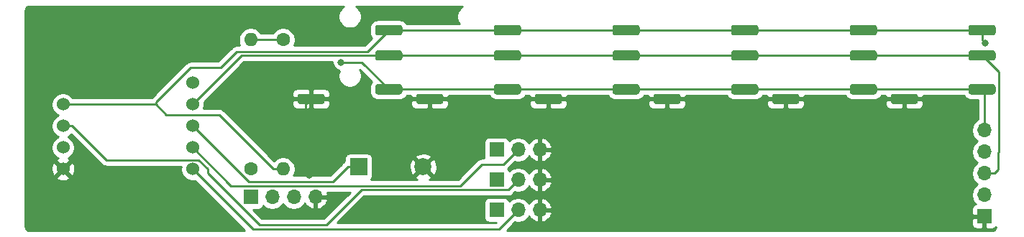
<source format=gbr>
G04 #@! TF.GenerationSoftware,KiCad,Pcbnew,(5.1.5)-3*
G04 #@! TF.CreationDate,2020-12-21T11:55:10+01:00*
G04 #@! TF.ProjectId,epimetheus,6570696d-6574-4686-9575-732e6b696361,rev?*
G04 #@! TF.SameCoordinates,Original*
G04 #@! TF.FileFunction,Copper,L1,Top*
G04 #@! TF.FilePolarity,Positive*
%FSLAX46Y46*%
G04 Gerber Fmt 4.6, Leading zero omitted, Abs format (unit mm)*
G04 Created by KiCad (PCBNEW (5.1.5)-3) date 2020-12-21 11:55:10*
%MOMM*%
%LPD*%
G04 APERTURE LIST*
%ADD10C,1.524000*%
%ADD11O,1.700000X1.700000*%
%ADD12R,1.700000X1.700000*%
%ADD13C,0.100000*%
%ADD14O,1.600000X1.600000*%
%ADD15C,1.600000*%
%ADD16C,2.000000*%
%ADD17R,2.000000X2.000000*%
%ADD18C,0.800000*%
%ADD19C,0.250000*%
%ADD20C,0.254000*%
G04 APERTURE END LIST*
D10*
X154686000Y-58166000D03*
X154686000Y-60706000D03*
X154686000Y-63246000D03*
X154686000Y-65786000D03*
X169926000Y-65786000D03*
X169926000Y-63246000D03*
X169926000Y-60706000D03*
X169926000Y-58166000D03*
X169926000Y-55626000D03*
D11*
X263144000Y-61214000D03*
X263144000Y-63754000D03*
X263144000Y-66294000D03*
X263144000Y-68834000D03*
D12*
X263144000Y-71374000D03*
D11*
X184404000Y-69088000D03*
X181864000Y-69088000D03*
X179324000Y-69088000D03*
D12*
X176784000Y-69088000D03*
D11*
X210820000Y-67056000D03*
X208280000Y-67056000D03*
D12*
X205740000Y-67056000D03*
D11*
X210820000Y-70612000D03*
X208280000Y-70612000D03*
D12*
X205740000Y-70612000D03*
G04 #@! TA.AperFunction,SMDPad,CuDef*
D13*
G36*
X250249405Y-48804445D02*
G01*
X250278527Y-48808764D01*
X250307085Y-48815918D01*
X250334805Y-48825836D01*
X250361419Y-48838424D01*
X250386671Y-48853559D01*
X250410318Y-48871097D01*
X250432132Y-48890868D01*
X250451903Y-48912682D01*
X250469441Y-48936329D01*
X250484576Y-48961581D01*
X250497164Y-48988195D01*
X250507082Y-49015915D01*
X250514236Y-49044473D01*
X250518555Y-49073595D01*
X250520000Y-49103000D01*
X250520000Y-49703000D01*
X250518555Y-49732405D01*
X250514236Y-49761527D01*
X250507082Y-49790085D01*
X250497164Y-49817805D01*
X250484576Y-49844419D01*
X250469441Y-49869671D01*
X250451903Y-49893318D01*
X250432132Y-49915132D01*
X250410318Y-49934903D01*
X250386671Y-49952441D01*
X250361419Y-49967576D01*
X250334805Y-49980164D01*
X250307085Y-49990082D01*
X250278527Y-49997236D01*
X250249405Y-50001555D01*
X250220000Y-50003000D01*
X247620000Y-50003000D01*
X247590595Y-50001555D01*
X247561473Y-49997236D01*
X247532915Y-49990082D01*
X247505195Y-49980164D01*
X247478581Y-49967576D01*
X247453329Y-49952441D01*
X247429682Y-49934903D01*
X247407868Y-49915132D01*
X247388097Y-49893318D01*
X247370559Y-49869671D01*
X247355424Y-49844419D01*
X247342836Y-49817805D01*
X247332918Y-49790085D01*
X247325764Y-49761527D01*
X247321445Y-49732405D01*
X247320000Y-49703000D01*
X247320000Y-49103000D01*
X247321445Y-49073595D01*
X247325764Y-49044473D01*
X247332918Y-49015915D01*
X247342836Y-48988195D01*
X247355424Y-48961581D01*
X247370559Y-48936329D01*
X247388097Y-48912682D01*
X247407868Y-48890868D01*
X247429682Y-48871097D01*
X247453329Y-48853559D01*
X247478581Y-48838424D01*
X247505195Y-48825836D01*
X247532915Y-48815918D01*
X247561473Y-48808764D01*
X247590595Y-48804445D01*
X247620000Y-48803000D01*
X250220000Y-48803000D01*
X250249405Y-48804445D01*
G37*
G04 #@! TD.AperFunction*
G04 #@! TA.AperFunction,SMDPad,CuDef*
G36*
X250249405Y-51804445D02*
G01*
X250278527Y-51808764D01*
X250307085Y-51815918D01*
X250334805Y-51825836D01*
X250361419Y-51838424D01*
X250386671Y-51853559D01*
X250410318Y-51871097D01*
X250432132Y-51890868D01*
X250451903Y-51912682D01*
X250469441Y-51936329D01*
X250484576Y-51961581D01*
X250497164Y-51988195D01*
X250507082Y-52015915D01*
X250514236Y-52044473D01*
X250518555Y-52073595D01*
X250520000Y-52103000D01*
X250520000Y-52703000D01*
X250518555Y-52732405D01*
X250514236Y-52761527D01*
X250507082Y-52790085D01*
X250497164Y-52817805D01*
X250484576Y-52844419D01*
X250469441Y-52869671D01*
X250451903Y-52893318D01*
X250432132Y-52915132D01*
X250410318Y-52934903D01*
X250386671Y-52952441D01*
X250361419Y-52967576D01*
X250334805Y-52980164D01*
X250307085Y-52990082D01*
X250278527Y-52997236D01*
X250249405Y-53001555D01*
X250220000Y-53003000D01*
X247620000Y-53003000D01*
X247590595Y-53001555D01*
X247561473Y-52997236D01*
X247532915Y-52990082D01*
X247505195Y-52980164D01*
X247478581Y-52967576D01*
X247453329Y-52952441D01*
X247429682Y-52934903D01*
X247407868Y-52915132D01*
X247388097Y-52893318D01*
X247370559Y-52869671D01*
X247355424Y-52844419D01*
X247342836Y-52817805D01*
X247332918Y-52790085D01*
X247325764Y-52761527D01*
X247321445Y-52732405D01*
X247320000Y-52703000D01*
X247320000Y-52103000D01*
X247321445Y-52073595D01*
X247325764Y-52044473D01*
X247332918Y-52015915D01*
X247342836Y-51988195D01*
X247355424Y-51961581D01*
X247370559Y-51936329D01*
X247388097Y-51912682D01*
X247407868Y-51890868D01*
X247429682Y-51871097D01*
X247453329Y-51853559D01*
X247478581Y-51838424D01*
X247505195Y-51825836D01*
X247532915Y-51815918D01*
X247561473Y-51808764D01*
X247590595Y-51804445D01*
X247620000Y-51803000D01*
X250220000Y-51803000D01*
X250249405Y-51804445D01*
G37*
G04 #@! TD.AperFunction*
G04 #@! TA.AperFunction,SMDPad,CuDef*
G36*
X250249405Y-55789445D02*
G01*
X250278527Y-55793764D01*
X250307085Y-55800918D01*
X250334805Y-55810836D01*
X250361419Y-55823424D01*
X250386671Y-55838559D01*
X250410318Y-55856097D01*
X250432132Y-55875868D01*
X250451903Y-55897682D01*
X250469441Y-55921329D01*
X250484576Y-55946581D01*
X250497164Y-55973195D01*
X250507082Y-56000915D01*
X250514236Y-56029473D01*
X250518555Y-56058595D01*
X250520000Y-56088000D01*
X250520000Y-56688000D01*
X250518555Y-56717405D01*
X250514236Y-56746527D01*
X250507082Y-56775085D01*
X250497164Y-56802805D01*
X250484576Y-56829419D01*
X250469441Y-56854671D01*
X250451903Y-56878318D01*
X250432132Y-56900132D01*
X250410318Y-56919903D01*
X250386671Y-56937441D01*
X250361419Y-56952576D01*
X250334805Y-56965164D01*
X250307085Y-56975082D01*
X250278527Y-56982236D01*
X250249405Y-56986555D01*
X250220000Y-56988000D01*
X247620000Y-56988000D01*
X247590595Y-56986555D01*
X247561473Y-56982236D01*
X247532915Y-56975082D01*
X247505195Y-56965164D01*
X247478581Y-56952576D01*
X247453329Y-56937441D01*
X247429682Y-56919903D01*
X247407868Y-56900132D01*
X247388097Y-56878318D01*
X247370559Y-56854671D01*
X247355424Y-56829419D01*
X247342836Y-56802805D01*
X247332918Y-56775085D01*
X247325764Y-56746527D01*
X247321445Y-56717405D01*
X247320000Y-56688000D01*
X247320000Y-56088000D01*
X247321445Y-56058595D01*
X247325764Y-56029473D01*
X247332918Y-56000915D01*
X247342836Y-55973195D01*
X247355424Y-55946581D01*
X247370559Y-55921329D01*
X247388097Y-55897682D01*
X247407868Y-55875868D01*
X247429682Y-55856097D01*
X247453329Y-55838559D01*
X247478581Y-55823424D01*
X247505195Y-55810836D01*
X247532915Y-55800918D01*
X247561473Y-55793764D01*
X247590595Y-55789445D01*
X247620000Y-55788000D01*
X250220000Y-55788000D01*
X250249405Y-55789445D01*
G37*
G04 #@! TD.AperFunction*
G04 #@! TA.AperFunction,SMDPad,CuDef*
G36*
X241105405Y-56904445D02*
G01*
X241134527Y-56908764D01*
X241163085Y-56915918D01*
X241190805Y-56925836D01*
X241217419Y-56938424D01*
X241242671Y-56953559D01*
X241266318Y-56971097D01*
X241288132Y-56990868D01*
X241307903Y-57012682D01*
X241325441Y-57036329D01*
X241340576Y-57061581D01*
X241353164Y-57088195D01*
X241363082Y-57115915D01*
X241370236Y-57144473D01*
X241374555Y-57173595D01*
X241376000Y-57203000D01*
X241376000Y-57803000D01*
X241374555Y-57832405D01*
X241370236Y-57861527D01*
X241363082Y-57890085D01*
X241353164Y-57917805D01*
X241340576Y-57944419D01*
X241325441Y-57969671D01*
X241307903Y-57993318D01*
X241288132Y-58015132D01*
X241266318Y-58034903D01*
X241242671Y-58052441D01*
X241217419Y-58067576D01*
X241190805Y-58080164D01*
X241163085Y-58090082D01*
X241134527Y-58097236D01*
X241105405Y-58101555D01*
X241076000Y-58103000D01*
X238476000Y-58103000D01*
X238446595Y-58101555D01*
X238417473Y-58097236D01*
X238388915Y-58090082D01*
X238361195Y-58080164D01*
X238334581Y-58067576D01*
X238309329Y-58052441D01*
X238285682Y-58034903D01*
X238263868Y-58015132D01*
X238244097Y-57993318D01*
X238226559Y-57969671D01*
X238211424Y-57944419D01*
X238198836Y-57917805D01*
X238188918Y-57890085D01*
X238181764Y-57861527D01*
X238177445Y-57832405D01*
X238176000Y-57803000D01*
X238176000Y-57203000D01*
X238177445Y-57173595D01*
X238181764Y-57144473D01*
X238188918Y-57115915D01*
X238198836Y-57088195D01*
X238211424Y-57061581D01*
X238226559Y-57036329D01*
X238244097Y-57012682D01*
X238263868Y-56990868D01*
X238285682Y-56971097D01*
X238309329Y-56953559D01*
X238334581Y-56938424D01*
X238361195Y-56925836D01*
X238388915Y-56915918D01*
X238417473Y-56908764D01*
X238446595Y-56904445D01*
X238476000Y-56903000D01*
X241076000Y-56903000D01*
X241105405Y-56904445D01*
G37*
G04 #@! TD.AperFunction*
G04 #@! TA.AperFunction,SMDPad,CuDef*
G36*
X264219405Y-48804445D02*
G01*
X264248527Y-48808764D01*
X264277085Y-48815918D01*
X264304805Y-48825836D01*
X264331419Y-48838424D01*
X264356671Y-48853559D01*
X264380318Y-48871097D01*
X264402132Y-48890868D01*
X264421903Y-48912682D01*
X264439441Y-48936329D01*
X264454576Y-48961581D01*
X264467164Y-48988195D01*
X264477082Y-49015915D01*
X264484236Y-49044473D01*
X264488555Y-49073595D01*
X264490000Y-49103000D01*
X264490000Y-49703000D01*
X264488555Y-49732405D01*
X264484236Y-49761527D01*
X264477082Y-49790085D01*
X264467164Y-49817805D01*
X264454576Y-49844419D01*
X264439441Y-49869671D01*
X264421903Y-49893318D01*
X264402132Y-49915132D01*
X264380318Y-49934903D01*
X264356671Y-49952441D01*
X264331419Y-49967576D01*
X264304805Y-49980164D01*
X264277085Y-49990082D01*
X264248527Y-49997236D01*
X264219405Y-50001555D01*
X264190000Y-50003000D01*
X261590000Y-50003000D01*
X261560595Y-50001555D01*
X261531473Y-49997236D01*
X261502915Y-49990082D01*
X261475195Y-49980164D01*
X261448581Y-49967576D01*
X261423329Y-49952441D01*
X261399682Y-49934903D01*
X261377868Y-49915132D01*
X261358097Y-49893318D01*
X261340559Y-49869671D01*
X261325424Y-49844419D01*
X261312836Y-49817805D01*
X261302918Y-49790085D01*
X261295764Y-49761527D01*
X261291445Y-49732405D01*
X261290000Y-49703000D01*
X261290000Y-49103000D01*
X261291445Y-49073595D01*
X261295764Y-49044473D01*
X261302918Y-49015915D01*
X261312836Y-48988195D01*
X261325424Y-48961581D01*
X261340559Y-48936329D01*
X261358097Y-48912682D01*
X261377868Y-48890868D01*
X261399682Y-48871097D01*
X261423329Y-48853559D01*
X261448581Y-48838424D01*
X261475195Y-48825836D01*
X261502915Y-48815918D01*
X261531473Y-48808764D01*
X261560595Y-48804445D01*
X261590000Y-48803000D01*
X264190000Y-48803000D01*
X264219405Y-48804445D01*
G37*
G04 #@! TD.AperFunction*
G04 #@! TA.AperFunction,SMDPad,CuDef*
G36*
X264219405Y-51804445D02*
G01*
X264248527Y-51808764D01*
X264277085Y-51815918D01*
X264304805Y-51825836D01*
X264331419Y-51838424D01*
X264356671Y-51853559D01*
X264380318Y-51871097D01*
X264402132Y-51890868D01*
X264421903Y-51912682D01*
X264439441Y-51936329D01*
X264454576Y-51961581D01*
X264467164Y-51988195D01*
X264477082Y-52015915D01*
X264484236Y-52044473D01*
X264488555Y-52073595D01*
X264490000Y-52103000D01*
X264490000Y-52703000D01*
X264488555Y-52732405D01*
X264484236Y-52761527D01*
X264477082Y-52790085D01*
X264467164Y-52817805D01*
X264454576Y-52844419D01*
X264439441Y-52869671D01*
X264421903Y-52893318D01*
X264402132Y-52915132D01*
X264380318Y-52934903D01*
X264356671Y-52952441D01*
X264331419Y-52967576D01*
X264304805Y-52980164D01*
X264277085Y-52990082D01*
X264248527Y-52997236D01*
X264219405Y-53001555D01*
X264190000Y-53003000D01*
X261590000Y-53003000D01*
X261560595Y-53001555D01*
X261531473Y-52997236D01*
X261502915Y-52990082D01*
X261475195Y-52980164D01*
X261448581Y-52967576D01*
X261423329Y-52952441D01*
X261399682Y-52934903D01*
X261377868Y-52915132D01*
X261358097Y-52893318D01*
X261340559Y-52869671D01*
X261325424Y-52844419D01*
X261312836Y-52817805D01*
X261302918Y-52790085D01*
X261295764Y-52761527D01*
X261291445Y-52732405D01*
X261290000Y-52703000D01*
X261290000Y-52103000D01*
X261291445Y-52073595D01*
X261295764Y-52044473D01*
X261302918Y-52015915D01*
X261312836Y-51988195D01*
X261325424Y-51961581D01*
X261340559Y-51936329D01*
X261358097Y-51912682D01*
X261377868Y-51890868D01*
X261399682Y-51871097D01*
X261423329Y-51853559D01*
X261448581Y-51838424D01*
X261475195Y-51825836D01*
X261502915Y-51815918D01*
X261531473Y-51808764D01*
X261560595Y-51804445D01*
X261590000Y-51803000D01*
X264190000Y-51803000D01*
X264219405Y-51804445D01*
G37*
G04 #@! TD.AperFunction*
G04 #@! TA.AperFunction,SMDPad,CuDef*
G36*
X264219405Y-55789445D02*
G01*
X264248527Y-55793764D01*
X264277085Y-55800918D01*
X264304805Y-55810836D01*
X264331419Y-55823424D01*
X264356671Y-55838559D01*
X264380318Y-55856097D01*
X264402132Y-55875868D01*
X264421903Y-55897682D01*
X264439441Y-55921329D01*
X264454576Y-55946581D01*
X264467164Y-55973195D01*
X264477082Y-56000915D01*
X264484236Y-56029473D01*
X264488555Y-56058595D01*
X264490000Y-56088000D01*
X264490000Y-56688000D01*
X264488555Y-56717405D01*
X264484236Y-56746527D01*
X264477082Y-56775085D01*
X264467164Y-56802805D01*
X264454576Y-56829419D01*
X264439441Y-56854671D01*
X264421903Y-56878318D01*
X264402132Y-56900132D01*
X264380318Y-56919903D01*
X264356671Y-56937441D01*
X264331419Y-56952576D01*
X264304805Y-56965164D01*
X264277085Y-56975082D01*
X264248527Y-56982236D01*
X264219405Y-56986555D01*
X264190000Y-56988000D01*
X261590000Y-56988000D01*
X261560595Y-56986555D01*
X261531473Y-56982236D01*
X261502915Y-56975082D01*
X261475195Y-56965164D01*
X261448581Y-56952576D01*
X261423329Y-56937441D01*
X261399682Y-56919903D01*
X261377868Y-56900132D01*
X261358097Y-56878318D01*
X261340559Y-56854671D01*
X261325424Y-56829419D01*
X261312836Y-56802805D01*
X261302918Y-56775085D01*
X261295764Y-56746527D01*
X261291445Y-56717405D01*
X261290000Y-56688000D01*
X261290000Y-56088000D01*
X261291445Y-56058595D01*
X261295764Y-56029473D01*
X261302918Y-56000915D01*
X261312836Y-55973195D01*
X261325424Y-55946581D01*
X261340559Y-55921329D01*
X261358097Y-55897682D01*
X261377868Y-55875868D01*
X261399682Y-55856097D01*
X261423329Y-55838559D01*
X261448581Y-55823424D01*
X261475195Y-55810836D01*
X261502915Y-55800918D01*
X261531473Y-55793764D01*
X261560595Y-55789445D01*
X261590000Y-55788000D01*
X264190000Y-55788000D01*
X264219405Y-55789445D01*
G37*
G04 #@! TD.AperFunction*
G04 #@! TA.AperFunction,SMDPad,CuDef*
G36*
X255075405Y-56904445D02*
G01*
X255104527Y-56908764D01*
X255133085Y-56915918D01*
X255160805Y-56925836D01*
X255187419Y-56938424D01*
X255212671Y-56953559D01*
X255236318Y-56971097D01*
X255258132Y-56990868D01*
X255277903Y-57012682D01*
X255295441Y-57036329D01*
X255310576Y-57061581D01*
X255323164Y-57088195D01*
X255333082Y-57115915D01*
X255340236Y-57144473D01*
X255344555Y-57173595D01*
X255346000Y-57203000D01*
X255346000Y-57803000D01*
X255344555Y-57832405D01*
X255340236Y-57861527D01*
X255333082Y-57890085D01*
X255323164Y-57917805D01*
X255310576Y-57944419D01*
X255295441Y-57969671D01*
X255277903Y-57993318D01*
X255258132Y-58015132D01*
X255236318Y-58034903D01*
X255212671Y-58052441D01*
X255187419Y-58067576D01*
X255160805Y-58080164D01*
X255133085Y-58090082D01*
X255104527Y-58097236D01*
X255075405Y-58101555D01*
X255046000Y-58103000D01*
X252446000Y-58103000D01*
X252416595Y-58101555D01*
X252387473Y-58097236D01*
X252358915Y-58090082D01*
X252331195Y-58080164D01*
X252304581Y-58067576D01*
X252279329Y-58052441D01*
X252255682Y-58034903D01*
X252233868Y-58015132D01*
X252214097Y-57993318D01*
X252196559Y-57969671D01*
X252181424Y-57944419D01*
X252168836Y-57917805D01*
X252158918Y-57890085D01*
X252151764Y-57861527D01*
X252147445Y-57832405D01*
X252146000Y-57803000D01*
X252146000Y-57203000D01*
X252147445Y-57173595D01*
X252151764Y-57144473D01*
X252158918Y-57115915D01*
X252168836Y-57088195D01*
X252181424Y-57061581D01*
X252196559Y-57036329D01*
X252214097Y-57012682D01*
X252233868Y-56990868D01*
X252255682Y-56971097D01*
X252279329Y-56953559D01*
X252304581Y-56938424D01*
X252331195Y-56925836D01*
X252358915Y-56915918D01*
X252387473Y-56908764D01*
X252416595Y-56904445D01*
X252446000Y-56903000D01*
X255046000Y-56903000D01*
X255075405Y-56904445D01*
G37*
G04 #@! TD.AperFunction*
G04 #@! TA.AperFunction,SMDPad,CuDef*
G36*
X208339405Y-48804445D02*
G01*
X208368527Y-48808764D01*
X208397085Y-48815918D01*
X208424805Y-48825836D01*
X208451419Y-48838424D01*
X208476671Y-48853559D01*
X208500318Y-48871097D01*
X208522132Y-48890868D01*
X208541903Y-48912682D01*
X208559441Y-48936329D01*
X208574576Y-48961581D01*
X208587164Y-48988195D01*
X208597082Y-49015915D01*
X208604236Y-49044473D01*
X208608555Y-49073595D01*
X208610000Y-49103000D01*
X208610000Y-49703000D01*
X208608555Y-49732405D01*
X208604236Y-49761527D01*
X208597082Y-49790085D01*
X208587164Y-49817805D01*
X208574576Y-49844419D01*
X208559441Y-49869671D01*
X208541903Y-49893318D01*
X208522132Y-49915132D01*
X208500318Y-49934903D01*
X208476671Y-49952441D01*
X208451419Y-49967576D01*
X208424805Y-49980164D01*
X208397085Y-49990082D01*
X208368527Y-49997236D01*
X208339405Y-50001555D01*
X208310000Y-50003000D01*
X205710000Y-50003000D01*
X205680595Y-50001555D01*
X205651473Y-49997236D01*
X205622915Y-49990082D01*
X205595195Y-49980164D01*
X205568581Y-49967576D01*
X205543329Y-49952441D01*
X205519682Y-49934903D01*
X205497868Y-49915132D01*
X205478097Y-49893318D01*
X205460559Y-49869671D01*
X205445424Y-49844419D01*
X205432836Y-49817805D01*
X205422918Y-49790085D01*
X205415764Y-49761527D01*
X205411445Y-49732405D01*
X205410000Y-49703000D01*
X205410000Y-49103000D01*
X205411445Y-49073595D01*
X205415764Y-49044473D01*
X205422918Y-49015915D01*
X205432836Y-48988195D01*
X205445424Y-48961581D01*
X205460559Y-48936329D01*
X205478097Y-48912682D01*
X205497868Y-48890868D01*
X205519682Y-48871097D01*
X205543329Y-48853559D01*
X205568581Y-48838424D01*
X205595195Y-48825836D01*
X205622915Y-48815918D01*
X205651473Y-48808764D01*
X205680595Y-48804445D01*
X205710000Y-48803000D01*
X208310000Y-48803000D01*
X208339405Y-48804445D01*
G37*
G04 #@! TD.AperFunction*
G04 #@! TA.AperFunction,SMDPad,CuDef*
G36*
X208339405Y-51804445D02*
G01*
X208368527Y-51808764D01*
X208397085Y-51815918D01*
X208424805Y-51825836D01*
X208451419Y-51838424D01*
X208476671Y-51853559D01*
X208500318Y-51871097D01*
X208522132Y-51890868D01*
X208541903Y-51912682D01*
X208559441Y-51936329D01*
X208574576Y-51961581D01*
X208587164Y-51988195D01*
X208597082Y-52015915D01*
X208604236Y-52044473D01*
X208608555Y-52073595D01*
X208610000Y-52103000D01*
X208610000Y-52703000D01*
X208608555Y-52732405D01*
X208604236Y-52761527D01*
X208597082Y-52790085D01*
X208587164Y-52817805D01*
X208574576Y-52844419D01*
X208559441Y-52869671D01*
X208541903Y-52893318D01*
X208522132Y-52915132D01*
X208500318Y-52934903D01*
X208476671Y-52952441D01*
X208451419Y-52967576D01*
X208424805Y-52980164D01*
X208397085Y-52990082D01*
X208368527Y-52997236D01*
X208339405Y-53001555D01*
X208310000Y-53003000D01*
X205710000Y-53003000D01*
X205680595Y-53001555D01*
X205651473Y-52997236D01*
X205622915Y-52990082D01*
X205595195Y-52980164D01*
X205568581Y-52967576D01*
X205543329Y-52952441D01*
X205519682Y-52934903D01*
X205497868Y-52915132D01*
X205478097Y-52893318D01*
X205460559Y-52869671D01*
X205445424Y-52844419D01*
X205432836Y-52817805D01*
X205422918Y-52790085D01*
X205415764Y-52761527D01*
X205411445Y-52732405D01*
X205410000Y-52703000D01*
X205410000Y-52103000D01*
X205411445Y-52073595D01*
X205415764Y-52044473D01*
X205422918Y-52015915D01*
X205432836Y-51988195D01*
X205445424Y-51961581D01*
X205460559Y-51936329D01*
X205478097Y-51912682D01*
X205497868Y-51890868D01*
X205519682Y-51871097D01*
X205543329Y-51853559D01*
X205568581Y-51838424D01*
X205595195Y-51825836D01*
X205622915Y-51815918D01*
X205651473Y-51808764D01*
X205680595Y-51804445D01*
X205710000Y-51803000D01*
X208310000Y-51803000D01*
X208339405Y-51804445D01*
G37*
G04 #@! TD.AperFunction*
G04 #@! TA.AperFunction,SMDPad,CuDef*
G36*
X208339405Y-55789445D02*
G01*
X208368527Y-55793764D01*
X208397085Y-55800918D01*
X208424805Y-55810836D01*
X208451419Y-55823424D01*
X208476671Y-55838559D01*
X208500318Y-55856097D01*
X208522132Y-55875868D01*
X208541903Y-55897682D01*
X208559441Y-55921329D01*
X208574576Y-55946581D01*
X208587164Y-55973195D01*
X208597082Y-56000915D01*
X208604236Y-56029473D01*
X208608555Y-56058595D01*
X208610000Y-56088000D01*
X208610000Y-56688000D01*
X208608555Y-56717405D01*
X208604236Y-56746527D01*
X208597082Y-56775085D01*
X208587164Y-56802805D01*
X208574576Y-56829419D01*
X208559441Y-56854671D01*
X208541903Y-56878318D01*
X208522132Y-56900132D01*
X208500318Y-56919903D01*
X208476671Y-56937441D01*
X208451419Y-56952576D01*
X208424805Y-56965164D01*
X208397085Y-56975082D01*
X208368527Y-56982236D01*
X208339405Y-56986555D01*
X208310000Y-56988000D01*
X205710000Y-56988000D01*
X205680595Y-56986555D01*
X205651473Y-56982236D01*
X205622915Y-56975082D01*
X205595195Y-56965164D01*
X205568581Y-56952576D01*
X205543329Y-56937441D01*
X205519682Y-56919903D01*
X205497868Y-56900132D01*
X205478097Y-56878318D01*
X205460559Y-56854671D01*
X205445424Y-56829419D01*
X205432836Y-56802805D01*
X205422918Y-56775085D01*
X205415764Y-56746527D01*
X205411445Y-56717405D01*
X205410000Y-56688000D01*
X205410000Y-56088000D01*
X205411445Y-56058595D01*
X205415764Y-56029473D01*
X205422918Y-56000915D01*
X205432836Y-55973195D01*
X205445424Y-55946581D01*
X205460559Y-55921329D01*
X205478097Y-55897682D01*
X205497868Y-55875868D01*
X205519682Y-55856097D01*
X205543329Y-55838559D01*
X205568581Y-55823424D01*
X205595195Y-55810836D01*
X205622915Y-55800918D01*
X205651473Y-55793764D01*
X205680595Y-55789445D01*
X205710000Y-55788000D01*
X208310000Y-55788000D01*
X208339405Y-55789445D01*
G37*
G04 #@! TD.AperFunction*
G04 #@! TA.AperFunction,SMDPad,CuDef*
G36*
X199195405Y-56904445D02*
G01*
X199224527Y-56908764D01*
X199253085Y-56915918D01*
X199280805Y-56925836D01*
X199307419Y-56938424D01*
X199332671Y-56953559D01*
X199356318Y-56971097D01*
X199378132Y-56990868D01*
X199397903Y-57012682D01*
X199415441Y-57036329D01*
X199430576Y-57061581D01*
X199443164Y-57088195D01*
X199453082Y-57115915D01*
X199460236Y-57144473D01*
X199464555Y-57173595D01*
X199466000Y-57203000D01*
X199466000Y-57803000D01*
X199464555Y-57832405D01*
X199460236Y-57861527D01*
X199453082Y-57890085D01*
X199443164Y-57917805D01*
X199430576Y-57944419D01*
X199415441Y-57969671D01*
X199397903Y-57993318D01*
X199378132Y-58015132D01*
X199356318Y-58034903D01*
X199332671Y-58052441D01*
X199307419Y-58067576D01*
X199280805Y-58080164D01*
X199253085Y-58090082D01*
X199224527Y-58097236D01*
X199195405Y-58101555D01*
X199166000Y-58103000D01*
X196566000Y-58103000D01*
X196536595Y-58101555D01*
X196507473Y-58097236D01*
X196478915Y-58090082D01*
X196451195Y-58080164D01*
X196424581Y-58067576D01*
X196399329Y-58052441D01*
X196375682Y-58034903D01*
X196353868Y-58015132D01*
X196334097Y-57993318D01*
X196316559Y-57969671D01*
X196301424Y-57944419D01*
X196288836Y-57917805D01*
X196278918Y-57890085D01*
X196271764Y-57861527D01*
X196267445Y-57832405D01*
X196266000Y-57803000D01*
X196266000Y-57203000D01*
X196267445Y-57173595D01*
X196271764Y-57144473D01*
X196278918Y-57115915D01*
X196288836Y-57088195D01*
X196301424Y-57061581D01*
X196316559Y-57036329D01*
X196334097Y-57012682D01*
X196353868Y-56990868D01*
X196375682Y-56971097D01*
X196399329Y-56953559D01*
X196424581Y-56938424D01*
X196451195Y-56925836D01*
X196478915Y-56915918D01*
X196507473Y-56908764D01*
X196536595Y-56904445D01*
X196566000Y-56903000D01*
X199166000Y-56903000D01*
X199195405Y-56904445D01*
G37*
G04 #@! TD.AperFunction*
G04 #@! TA.AperFunction,SMDPad,CuDef*
G36*
X194369405Y-48804445D02*
G01*
X194398527Y-48808764D01*
X194427085Y-48815918D01*
X194454805Y-48825836D01*
X194481419Y-48838424D01*
X194506671Y-48853559D01*
X194530318Y-48871097D01*
X194552132Y-48890868D01*
X194571903Y-48912682D01*
X194589441Y-48936329D01*
X194604576Y-48961581D01*
X194617164Y-48988195D01*
X194627082Y-49015915D01*
X194634236Y-49044473D01*
X194638555Y-49073595D01*
X194640000Y-49103000D01*
X194640000Y-49703000D01*
X194638555Y-49732405D01*
X194634236Y-49761527D01*
X194627082Y-49790085D01*
X194617164Y-49817805D01*
X194604576Y-49844419D01*
X194589441Y-49869671D01*
X194571903Y-49893318D01*
X194552132Y-49915132D01*
X194530318Y-49934903D01*
X194506671Y-49952441D01*
X194481419Y-49967576D01*
X194454805Y-49980164D01*
X194427085Y-49990082D01*
X194398527Y-49997236D01*
X194369405Y-50001555D01*
X194340000Y-50003000D01*
X191740000Y-50003000D01*
X191710595Y-50001555D01*
X191681473Y-49997236D01*
X191652915Y-49990082D01*
X191625195Y-49980164D01*
X191598581Y-49967576D01*
X191573329Y-49952441D01*
X191549682Y-49934903D01*
X191527868Y-49915132D01*
X191508097Y-49893318D01*
X191490559Y-49869671D01*
X191475424Y-49844419D01*
X191462836Y-49817805D01*
X191452918Y-49790085D01*
X191445764Y-49761527D01*
X191441445Y-49732405D01*
X191440000Y-49703000D01*
X191440000Y-49103000D01*
X191441445Y-49073595D01*
X191445764Y-49044473D01*
X191452918Y-49015915D01*
X191462836Y-48988195D01*
X191475424Y-48961581D01*
X191490559Y-48936329D01*
X191508097Y-48912682D01*
X191527868Y-48890868D01*
X191549682Y-48871097D01*
X191573329Y-48853559D01*
X191598581Y-48838424D01*
X191625195Y-48825836D01*
X191652915Y-48815918D01*
X191681473Y-48808764D01*
X191710595Y-48804445D01*
X191740000Y-48803000D01*
X194340000Y-48803000D01*
X194369405Y-48804445D01*
G37*
G04 #@! TD.AperFunction*
G04 #@! TA.AperFunction,SMDPad,CuDef*
G36*
X194369405Y-51804445D02*
G01*
X194398527Y-51808764D01*
X194427085Y-51815918D01*
X194454805Y-51825836D01*
X194481419Y-51838424D01*
X194506671Y-51853559D01*
X194530318Y-51871097D01*
X194552132Y-51890868D01*
X194571903Y-51912682D01*
X194589441Y-51936329D01*
X194604576Y-51961581D01*
X194617164Y-51988195D01*
X194627082Y-52015915D01*
X194634236Y-52044473D01*
X194638555Y-52073595D01*
X194640000Y-52103000D01*
X194640000Y-52703000D01*
X194638555Y-52732405D01*
X194634236Y-52761527D01*
X194627082Y-52790085D01*
X194617164Y-52817805D01*
X194604576Y-52844419D01*
X194589441Y-52869671D01*
X194571903Y-52893318D01*
X194552132Y-52915132D01*
X194530318Y-52934903D01*
X194506671Y-52952441D01*
X194481419Y-52967576D01*
X194454805Y-52980164D01*
X194427085Y-52990082D01*
X194398527Y-52997236D01*
X194369405Y-53001555D01*
X194340000Y-53003000D01*
X191740000Y-53003000D01*
X191710595Y-53001555D01*
X191681473Y-52997236D01*
X191652915Y-52990082D01*
X191625195Y-52980164D01*
X191598581Y-52967576D01*
X191573329Y-52952441D01*
X191549682Y-52934903D01*
X191527868Y-52915132D01*
X191508097Y-52893318D01*
X191490559Y-52869671D01*
X191475424Y-52844419D01*
X191462836Y-52817805D01*
X191452918Y-52790085D01*
X191445764Y-52761527D01*
X191441445Y-52732405D01*
X191440000Y-52703000D01*
X191440000Y-52103000D01*
X191441445Y-52073595D01*
X191445764Y-52044473D01*
X191452918Y-52015915D01*
X191462836Y-51988195D01*
X191475424Y-51961581D01*
X191490559Y-51936329D01*
X191508097Y-51912682D01*
X191527868Y-51890868D01*
X191549682Y-51871097D01*
X191573329Y-51853559D01*
X191598581Y-51838424D01*
X191625195Y-51825836D01*
X191652915Y-51815918D01*
X191681473Y-51808764D01*
X191710595Y-51804445D01*
X191740000Y-51803000D01*
X194340000Y-51803000D01*
X194369405Y-51804445D01*
G37*
G04 #@! TD.AperFunction*
G04 #@! TA.AperFunction,SMDPad,CuDef*
G36*
X194369405Y-55789445D02*
G01*
X194398527Y-55793764D01*
X194427085Y-55800918D01*
X194454805Y-55810836D01*
X194481419Y-55823424D01*
X194506671Y-55838559D01*
X194530318Y-55856097D01*
X194552132Y-55875868D01*
X194571903Y-55897682D01*
X194589441Y-55921329D01*
X194604576Y-55946581D01*
X194617164Y-55973195D01*
X194627082Y-56000915D01*
X194634236Y-56029473D01*
X194638555Y-56058595D01*
X194640000Y-56088000D01*
X194640000Y-56688000D01*
X194638555Y-56717405D01*
X194634236Y-56746527D01*
X194627082Y-56775085D01*
X194617164Y-56802805D01*
X194604576Y-56829419D01*
X194589441Y-56854671D01*
X194571903Y-56878318D01*
X194552132Y-56900132D01*
X194530318Y-56919903D01*
X194506671Y-56937441D01*
X194481419Y-56952576D01*
X194454805Y-56965164D01*
X194427085Y-56975082D01*
X194398527Y-56982236D01*
X194369405Y-56986555D01*
X194340000Y-56988000D01*
X191740000Y-56988000D01*
X191710595Y-56986555D01*
X191681473Y-56982236D01*
X191652915Y-56975082D01*
X191625195Y-56965164D01*
X191598581Y-56952576D01*
X191573329Y-56937441D01*
X191549682Y-56919903D01*
X191527868Y-56900132D01*
X191508097Y-56878318D01*
X191490559Y-56854671D01*
X191475424Y-56829419D01*
X191462836Y-56802805D01*
X191452918Y-56775085D01*
X191445764Y-56746527D01*
X191441445Y-56717405D01*
X191440000Y-56688000D01*
X191440000Y-56088000D01*
X191441445Y-56058595D01*
X191445764Y-56029473D01*
X191452918Y-56000915D01*
X191462836Y-55973195D01*
X191475424Y-55946581D01*
X191490559Y-55921329D01*
X191508097Y-55897682D01*
X191527868Y-55875868D01*
X191549682Y-55856097D01*
X191573329Y-55838559D01*
X191598581Y-55823424D01*
X191625195Y-55810836D01*
X191652915Y-55800918D01*
X191681473Y-55793764D01*
X191710595Y-55789445D01*
X191740000Y-55788000D01*
X194340000Y-55788000D01*
X194369405Y-55789445D01*
G37*
G04 #@! TD.AperFunction*
G04 #@! TA.AperFunction,SMDPad,CuDef*
G36*
X185225405Y-56904445D02*
G01*
X185254527Y-56908764D01*
X185283085Y-56915918D01*
X185310805Y-56925836D01*
X185337419Y-56938424D01*
X185362671Y-56953559D01*
X185386318Y-56971097D01*
X185408132Y-56990868D01*
X185427903Y-57012682D01*
X185445441Y-57036329D01*
X185460576Y-57061581D01*
X185473164Y-57088195D01*
X185483082Y-57115915D01*
X185490236Y-57144473D01*
X185494555Y-57173595D01*
X185496000Y-57203000D01*
X185496000Y-57803000D01*
X185494555Y-57832405D01*
X185490236Y-57861527D01*
X185483082Y-57890085D01*
X185473164Y-57917805D01*
X185460576Y-57944419D01*
X185445441Y-57969671D01*
X185427903Y-57993318D01*
X185408132Y-58015132D01*
X185386318Y-58034903D01*
X185362671Y-58052441D01*
X185337419Y-58067576D01*
X185310805Y-58080164D01*
X185283085Y-58090082D01*
X185254527Y-58097236D01*
X185225405Y-58101555D01*
X185196000Y-58103000D01*
X182596000Y-58103000D01*
X182566595Y-58101555D01*
X182537473Y-58097236D01*
X182508915Y-58090082D01*
X182481195Y-58080164D01*
X182454581Y-58067576D01*
X182429329Y-58052441D01*
X182405682Y-58034903D01*
X182383868Y-58015132D01*
X182364097Y-57993318D01*
X182346559Y-57969671D01*
X182331424Y-57944419D01*
X182318836Y-57917805D01*
X182308918Y-57890085D01*
X182301764Y-57861527D01*
X182297445Y-57832405D01*
X182296000Y-57803000D01*
X182296000Y-57203000D01*
X182297445Y-57173595D01*
X182301764Y-57144473D01*
X182308918Y-57115915D01*
X182318836Y-57088195D01*
X182331424Y-57061581D01*
X182346559Y-57036329D01*
X182364097Y-57012682D01*
X182383868Y-56990868D01*
X182405682Y-56971097D01*
X182429329Y-56953559D01*
X182454581Y-56938424D01*
X182481195Y-56925836D01*
X182508915Y-56915918D01*
X182537473Y-56908764D01*
X182566595Y-56904445D01*
X182596000Y-56903000D01*
X185196000Y-56903000D01*
X185225405Y-56904445D01*
G37*
G04 #@! TD.AperFunction*
G04 #@! TA.AperFunction,SMDPad,CuDef*
G36*
X236279405Y-48804445D02*
G01*
X236308527Y-48808764D01*
X236337085Y-48815918D01*
X236364805Y-48825836D01*
X236391419Y-48838424D01*
X236416671Y-48853559D01*
X236440318Y-48871097D01*
X236462132Y-48890868D01*
X236481903Y-48912682D01*
X236499441Y-48936329D01*
X236514576Y-48961581D01*
X236527164Y-48988195D01*
X236537082Y-49015915D01*
X236544236Y-49044473D01*
X236548555Y-49073595D01*
X236550000Y-49103000D01*
X236550000Y-49703000D01*
X236548555Y-49732405D01*
X236544236Y-49761527D01*
X236537082Y-49790085D01*
X236527164Y-49817805D01*
X236514576Y-49844419D01*
X236499441Y-49869671D01*
X236481903Y-49893318D01*
X236462132Y-49915132D01*
X236440318Y-49934903D01*
X236416671Y-49952441D01*
X236391419Y-49967576D01*
X236364805Y-49980164D01*
X236337085Y-49990082D01*
X236308527Y-49997236D01*
X236279405Y-50001555D01*
X236250000Y-50003000D01*
X233650000Y-50003000D01*
X233620595Y-50001555D01*
X233591473Y-49997236D01*
X233562915Y-49990082D01*
X233535195Y-49980164D01*
X233508581Y-49967576D01*
X233483329Y-49952441D01*
X233459682Y-49934903D01*
X233437868Y-49915132D01*
X233418097Y-49893318D01*
X233400559Y-49869671D01*
X233385424Y-49844419D01*
X233372836Y-49817805D01*
X233362918Y-49790085D01*
X233355764Y-49761527D01*
X233351445Y-49732405D01*
X233350000Y-49703000D01*
X233350000Y-49103000D01*
X233351445Y-49073595D01*
X233355764Y-49044473D01*
X233362918Y-49015915D01*
X233372836Y-48988195D01*
X233385424Y-48961581D01*
X233400559Y-48936329D01*
X233418097Y-48912682D01*
X233437868Y-48890868D01*
X233459682Y-48871097D01*
X233483329Y-48853559D01*
X233508581Y-48838424D01*
X233535195Y-48825836D01*
X233562915Y-48815918D01*
X233591473Y-48808764D01*
X233620595Y-48804445D01*
X233650000Y-48803000D01*
X236250000Y-48803000D01*
X236279405Y-48804445D01*
G37*
G04 #@! TD.AperFunction*
G04 #@! TA.AperFunction,SMDPad,CuDef*
G36*
X236279405Y-51804445D02*
G01*
X236308527Y-51808764D01*
X236337085Y-51815918D01*
X236364805Y-51825836D01*
X236391419Y-51838424D01*
X236416671Y-51853559D01*
X236440318Y-51871097D01*
X236462132Y-51890868D01*
X236481903Y-51912682D01*
X236499441Y-51936329D01*
X236514576Y-51961581D01*
X236527164Y-51988195D01*
X236537082Y-52015915D01*
X236544236Y-52044473D01*
X236548555Y-52073595D01*
X236550000Y-52103000D01*
X236550000Y-52703000D01*
X236548555Y-52732405D01*
X236544236Y-52761527D01*
X236537082Y-52790085D01*
X236527164Y-52817805D01*
X236514576Y-52844419D01*
X236499441Y-52869671D01*
X236481903Y-52893318D01*
X236462132Y-52915132D01*
X236440318Y-52934903D01*
X236416671Y-52952441D01*
X236391419Y-52967576D01*
X236364805Y-52980164D01*
X236337085Y-52990082D01*
X236308527Y-52997236D01*
X236279405Y-53001555D01*
X236250000Y-53003000D01*
X233650000Y-53003000D01*
X233620595Y-53001555D01*
X233591473Y-52997236D01*
X233562915Y-52990082D01*
X233535195Y-52980164D01*
X233508581Y-52967576D01*
X233483329Y-52952441D01*
X233459682Y-52934903D01*
X233437868Y-52915132D01*
X233418097Y-52893318D01*
X233400559Y-52869671D01*
X233385424Y-52844419D01*
X233372836Y-52817805D01*
X233362918Y-52790085D01*
X233355764Y-52761527D01*
X233351445Y-52732405D01*
X233350000Y-52703000D01*
X233350000Y-52103000D01*
X233351445Y-52073595D01*
X233355764Y-52044473D01*
X233362918Y-52015915D01*
X233372836Y-51988195D01*
X233385424Y-51961581D01*
X233400559Y-51936329D01*
X233418097Y-51912682D01*
X233437868Y-51890868D01*
X233459682Y-51871097D01*
X233483329Y-51853559D01*
X233508581Y-51838424D01*
X233535195Y-51825836D01*
X233562915Y-51815918D01*
X233591473Y-51808764D01*
X233620595Y-51804445D01*
X233650000Y-51803000D01*
X236250000Y-51803000D01*
X236279405Y-51804445D01*
G37*
G04 #@! TD.AperFunction*
G04 #@! TA.AperFunction,SMDPad,CuDef*
G36*
X236279405Y-55789445D02*
G01*
X236308527Y-55793764D01*
X236337085Y-55800918D01*
X236364805Y-55810836D01*
X236391419Y-55823424D01*
X236416671Y-55838559D01*
X236440318Y-55856097D01*
X236462132Y-55875868D01*
X236481903Y-55897682D01*
X236499441Y-55921329D01*
X236514576Y-55946581D01*
X236527164Y-55973195D01*
X236537082Y-56000915D01*
X236544236Y-56029473D01*
X236548555Y-56058595D01*
X236550000Y-56088000D01*
X236550000Y-56688000D01*
X236548555Y-56717405D01*
X236544236Y-56746527D01*
X236537082Y-56775085D01*
X236527164Y-56802805D01*
X236514576Y-56829419D01*
X236499441Y-56854671D01*
X236481903Y-56878318D01*
X236462132Y-56900132D01*
X236440318Y-56919903D01*
X236416671Y-56937441D01*
X236391419Y-56952576D01*
X236364805Y-56965164D01*
X236337085Y-56975082D01*
X236308527Y-56982236D01*
X236279405Y-56986555D01*
X236250000Y-56988000D01*
X233650000Y-56988000D01*
X233620595Y-56986555D01*
X233591473Y-56982236D01*
X233562915Y-56975082D01*
X233535195Y-56965164D01*
X233508581Y-56952576D01*
X233483329Y-56937441D01*
X233459682Y-56919903D01*
X233437868Y-56900132D01*
X233418097Y-56878318D01*
X233400559Y-56854671D01*
X233385424Y-56829419D01*
X233372836Y-56802805D01*
X233362918Y-56775085D01*
X233355764Y-56746527D01*
X233351445Y-56717405D01*
X233350000Y-56688000D01*
X233350000Y-56088000D01*
X233351445Y-56058595D01*
X233355764Y-56029473D01*
X233362918Y-56000915D01*
X233372836Y-55973195D01*
X233385424Y-55946581D01*
X233400559Y-55921329D01*
X233418097Y-55897682D01*
X233437868Y-55875868D01*
X233459682Y-55856097D01*
X233483329Y-55838559D01*
X233508581Y-55823424D01*
X233535195Y-55810836D01*
X233562915Y-55800918D01*
X233591473Y-55793764D01*
X233620595Y-55789445D01*
X233650000Y-55788000D01*
X236250000Y-55788000D01*
X236279405Y-55789445D01*
G37*
G04 #@! TD.AperFunction*
G04 #@! TA.AperFunction,SMDPad,CuDef*
G36*
X227135405Y-56904445D02*
G01*
X227164527Y-56908764D01*
X227193085Y-56915918D01*
X227220805Y-56925836D01*
X227247419Y-56938424D01*
X227272671Y-56953559D01*
X227296318Y-56971097D01*
X227318132Y-56990868D01*
X227337903Y-57012682D01*
X227355441Y-57036329D01*
X227370576Y-57061581D01*
X227383164Y-57088195D01*
X227393082Y-57115915D01*
X227400236Y-57144473D01*
X227404555Y-57173595D01*
X227406000Y-57203000D01*
X227406000Y-57803000D01*
X227404555Y-57832405D01*
X227400236Y-57861527D01*
X227393082Y-57890085D01*
X227383164Y-57917805D01*
X227370576Y-57944419D01*
X227355441Y-57969671D01*
X227337903Y-57993318D01*
X227318132Y-58015132D01*
X227296318Y-58034903D01*
X227272671Y-58052441D01*
X227247419Y-58067576D01*
X227220805Y-58080164D01*
X227193085Y-58090082D01*
X227164527Y-58097236D01*
X227135405Y-58101555D01*
X227106000Y-58103000D01*
X224506000Y-58103000D01*
X224476595Y-58101555D01*
X224447473Y-58097236D01*
X224418915Y-58090082D01*
X224391195Y-58080164D01*
X224364581Y-58067576D01*
X224339329Y-58052441D01*
X224315682Y-58034903D01*
X224293868Y-58015132D01*
X224274097Y-57993318D01*
X224256559Y-57969671D01*
X224241424Y-57944419D01*
X224228836Y-57917805D01*
X224218918Y-57890085D01*
X224211764Y-57861527D01*
X224207445Y-57832405D01*
X224206000Y-57803000D01*
X224206000Y-57203000D01*
X224207445Y-57173595D01*
X224211764Y-57144473D01*
X224218918Y-57115915D01*
X224228836Y-57088195D01*
X224241424Y-57061581D01*
X224256559Y-57036329D01*
X224274097Y-57012682D01*
X224293868Y-56990868D01*
X224315682Y-56971097D01*
X224339329Y-56953559D01*
X224364581Y-56938424D01*
X224391195Y-56925836D01*
X224418915Y-56915918D01*
X224447473Y-56908764D01*
X224476595Y-56904445D01*
X224506000Y-56903000D01*
X227106000Y-56903000D01*
X227135405Y-56904445D01*
G37*
G04 #@! TD.AperFunction*
D11*
X210820000Y-63500000D03*
X208280000Y-63500000D03*
D12*
X205740000Y-63500000D03*
G04 #@! TA.AperFunction,SMDPad,CuDef*
D13*
G36*
X222309405Y-48804445D02*
G01*
X222338527Y-48808764D01*
X222367085Y-48815918D01*
X222394805Y-48825836D01*
X222421419Y-48838424D01*
X222446671Y-48853559D01*
X222470318Y-48871097D01*
X222492132Y-48890868D01*
X222511903Y-48912682D01*
X222529441Y-48936329D01*
X222544576Y-48961581D01*
X222557164Y-48988195D01*
X222567082Y-49015915D01*
X222574236Y-49044473D01*
X222578555Y-49073595D01*
X222580000Y-49103000D01*
X222580000Y-49703000D01*
X222578555Y-49732405D01*
X222574236Y-49761527D01*
X222567082Y-49790085D01*
X222557164Y-49817805D01*
X222544576Y-49844419D01*
X222529441Y-49869671D01*
X222511903Y-49893318D01*
X222492132Y-49915132D01*
X222470318Y-49934903D01*
X222446671Y-49952441D01*
X222421419Y-49967576D01*
X222394805Y-49980164D01*
X222367085Y-49990082D01*
X222338527Y-49997236D01*
X222309405Y-50001555D01*
X222280000Y-50003000D01*
X219680000Y-50003000D01*
X219650595Y-50001555D01*
X219621473Y-49997236D01*
X219592915Y-49990082D01*
X219565195Y-49980164D01*
X219538581Y-49967576D01*
X219513329Y-49952441D01*
X219489682Y-49934903D01*
X219467868Y-49915132D01*
X219448097Y-49893318D01*
X219430559Y-49869671D01*
X219415424Y-49844419D01*
X219402836Y-49817805D01*
X219392918Y-49790085D01*
X219385764Y-49761527D01*
X219381445Y-49732405D01*
X219380000Y-49703000D01*
X219380000Y-49103000D01*
X219381445Y-49073595D01*
X219385764Y-49044473D01*
X219392918Y-49015915D01*
X219402836Y-48988195D01*
X219415424Y-48961581D01*
X219430559Y-48936329D01*
X219448097Y-48912682D01*
X219467868Y-48890868D01*
X219489682Y-48871097D01*
X219513329Y-48853559D01*
X219538581Y-48838424D01*
X219565195Y-48825836D01*
X219592915Y-48815918D01*
X219621473Y-48808764D01*
X219650595Y-48804445D01*
X219680000Y-48803000D01*
X222280000Y-48803000D01*
X222309405Y-48804445D01*
G37*
G04 #@! TD.AperFunction*
G04 #@! TA.AperFunction,SMDPad,CuDef*
G36*
X222309405Y-51804445D02*
G01*
X222338527Y-51808764D01*
X222367085Y-51815918D01*
X222394805Y-51825836D01*
X222421419Y-51838424D01*
X222446671Y-51853559D01*
X222470318Y-51871097D01*
X222492132Y-51890868D01*
X222511903Y-51912682D01*
X222529441Y-51936329D01*
X222544576Y-51961581D01*
X222557164Y-51988195D01*
X222567082Y-52015915D01*
X222574236Y-52044473D01*
X222578555Y-52073595D01*
X222580000Y-52103000D01*
X222580000Y-52703000D01*
X222578555Y-52732405D01*
X222574236Y-52761527D01*
X222567082Y-52790085D01*
X222557164Y-52817805D01*
X222544576Y-52844419D01*
X222529441Y-52869671D01*
X222511903Y-52893318D01*
X222492132Y-52915132D01*
X222470318Y-52934903D01*
X222446671Y-52952441D01*
X222421419Y-52967576D01*
X222394805Y-52980164D01*
X222367085Y-52990082D01*
X222338527Y-52997236D01*
X222309405Y-53001555D01*
X222280000Y-53003000D01*
X219680000Y-53003000D01*
X219650595Y-53001555D01*
X219621473Y-52997236D01*
X219592915Y-52990082D01*
X219565195Y-52980164D01*
X219538581Y-52967576D01*
X219513329Y-52952441D01*
X219489682Y-52934903D01*
X219467868Y-52915132D01*
X219448097Y-52893318D01*
X219430559Y-52869671D01*
X219415424Y-52844419D01*
X219402836Y-52817805D01*
X219392918Y-52790085D01*
X219385764Y-52761527D01*
X219381445Y-52732405D01*
X219380000Y-52703000D01*
X219380000Y-52103000D01*
X219381445Y-52073595D01*
X219385764Y-52044473D01*
X219392918Y-52015915D01*
X219402836Y-51988195D01*
X219415424Y-51961581D01*
X219430559Y-51936329D01*
X219448097Y-51912682D01*
X219467868Y-51890868D01*
X219489682Y-51871097D01*
X219513329Y-51853559D01*
X219538581Y-51838424D01*
X219565195Y-51825836D01*
X219592915Y-51815918D01*
X219621473Y-51808764D01*
X219650595Y-51804445D01*
X219680000Y-51803000D01*
X222280000Y-51803000D01*
X222309405Y-51804445D01*
G37*
G04 #@! TD.AperFunction*
G04 #@! TA.AperFunction,SMDPad,CuDef*
G36*
X222309405Y-55789445D02*
G01*
X222338527Y-55793764D01*
X222367085Y-55800918D01*
X222394805Y-55810836D01*
X222421419Y-55823424D01*
X222446671Y-55838559D01*
X222470318Y-55856097D01*
X222492132Y-55875868D01*
X222511903Y-55897682D01*
X222529441Y-55921329D01*
X222544576Y-55946581D01*
X222557164Y-55973195D01*
X222567082Y-56000915D01*
X222574236Y-56029473D01*
X222578555Y-56058595D01*
X222580000Y-56088000D01*
X222580000Y-56688000D01*
X222578555Y-56717405D01*
X222574236Y-56746527D01*
X222567082Y-56775085D01*
X222557164Y-56802805D01*
X222544576Y-56829419D01*
X222529441Y-56854671D01*
X222511903Y-56878318D01*
X222492132Y-56900132D01*
X222470318Y-56919903D01*
X222446671Y-56937441D01*
X222421419Y-56952576D01*
X222394805Y-56965164D01*
X222367085Y-56975082D01*
X222338527Y-56982236D01*
X222309405Y-56986555D01*
X222280000Y-56988000D01*
X219680000Y-56988000D01*
X219650595Y-56986555D01*
X219621473Y-56982236D01*
X219592915Y-56975082D01*
X219565195Y-56965164D01*
X219538581Y-56952576D01*
X219513329Y-56937441D01*
X219489682Y-56919903D01*
X219467868Y-56900132D01*
X219448097Y-56878318D01*
X219430559Y-56854671D01*
X219415424Y-56829419D01*
X219402836Y-56802805D01*
X219392918Y-56775085D01*
X219385764Y-56746527D01*
X219381445Y-56717405D01*
X219380000Y-56688000D01*
X219380000Y-56088000D01*
X219381445Y-56058595D01*
X219385764Y-56029473D01*
X219392918Y-56000915D01*
X219402836Y-55973195D01*
X219415424Y-55946581D01*
X219430559Y-55921329D01*
X219448097Y-55897682D01*
X219467868Y-55875868D01*
X219489682Y-55856097D01*
X219513329Y-55838559D01*
X219538581Y-55823424D01*
X219565195Y-55810836D01*
X219592915Y-55800918D01*
X219621473Y-55793764D01*
X219650595Y-55789445D01*
X219680000Y-55788000D01*
X222280000Y-55788000D01*
X222309405Y-55789445D01*
G37*
G04 #@! TD.AperFunction*
G04 #@! TA.AperFunction,SMDPad,CuDef*
G36*
X213165405Y-56904445D02*
G01*
X213194527Y-56908764D01*
X213223085Y-56915918D01*
X213250805Y-56925836D01*
X213277419Y-56938424D01*
X213302671Y-56953559D01*
X213326318Y-56971097D01*
X213348132Y-56990868D01*
X213367903Y-57012682D01*
X213385441Y-57036329D01*
X213400576Y-57061581D01*
X213413164Y-57088195D01*
X213423082Y-57115915D01*
X213430236Y-57144473D01*
X213434555Y-57173595D01*
X213436000Y-57203000D01*
X213436000Y-57803000D01*
X213434555Y-57832405D01*
X213430236Y-57861527D01*
X213423082Y-57890085D01*
X213413164Y-57917805D01*
X213400576Y-57944419D01*
X213385441Y-57969671D01*
X213367903Y-57993318D01*
X213348132Y-58015132D01*
X213326318Y-58034903D01*
X213302671Y-58052441D01*
X213277419Y-58067576D01*
X213250805Y-58080164D01*
X213223085Y-58090082D01*
X213194527Y-58097236D01*
X213165405Y-58101555D01*
X213136000Y-58103000D01*
X210536000Y-58103000D01*
X210506595Y-58101555D01*
X210477473Y-58097236D01*
X210448915Y-58090082D01*
X210421195Y-58080164D01*
X210394581Y-58067576D01*
X210369329Y-58052441D01*
X210345682Y-58034903D01*
X210323868Y-58015132D01*
X210304097Y-57993318D01*
X210286559Y-57969671D01*
X210271424Y-57944419D01*
X210258836Y-57917805D01*
X210248918Y-57890085D01*
X210241764Y-57861527D01*
X210237445Y-57832405D01*
X210236000Y-57803000D01*
X210236000Y-57203000D01*
X210237445Y-57173595D01*
X210241764Y-57144473D01*
X210248918Y-57115915D01*
X210258836Y-57088195D01*
X210271424Y-57061581D01*
X210286559Y-57036329D01*
X210304097Y-57012682D01*
X210323868Y-56990868D01*
X210345682Y-56971097D01*
X210369329Y-56953559D01*
X210394581Y-56938424D01*
X210421195Y-56925836D01*
X210448915Y-56915918D01*
X210477473Y-56908764D01*
X210506595Y-56904445D01*
X210536000Y-56903000D01*
X213136000Y-56903000D01*
X213165405Y-56904445D01*
G37*
G04 #@! TD.AperFunction*
D14*
X176784000Y-50546000D03*
D15*
X176784000Y-65786000D03*
D14*
X180594000Y-65786000D03*
D15*
X180594000Y-50546000D03*
D16*
X197084000Y-65532000D03*
D17*
X189484000Y-65532000D03*
D18*
X183642000Y-66548000D03*
X263225400Y-50903000D03*
X187431000Y-53184500D03*
D19*
X183242001Y-58156999D02*
X183896000Y-57503000D01*
X183242001Y-66148001D02*
X183242001Y-58156999D01*
X183642000Y-66548000D02*
X183242001Y-66148001D01*
X262890000Y-49403000D02*
X262890000Y-50567600D01*
X262890000Y-50567600D02*
X263225400Y-50903000D01*
X248920000Y-49403000D02*
X262890000Y-49403000D01*
X234950000Y-49403000D02*
X248920000Y-49403000D01*
X220980000Y-49403000D02*
X234950000Y-49403000D01*
X193040000Y-49403000D02*
X207010000Y-49403000D01*
X220980000Y-49403000D02*
X207010000Y-49403000D01*
X154686000Y-58166000D02*
X155448000Y-58166000D01*
X173100500Y-59417800D02*
X166859800Y-59417800D01*
X180594000Y-65786000D02*
X179468700Y-65786000D01*
X179468700Y-65786000D02*
X173100500Y-59417800D01*
X166859800Y-59417800D02*
X165608000Y-58166000D01*
X155448000Y-58166000D02*
X165608000Y-58166000D01*
X190490400Y-51952600D02*
X193040000Y-49403000D01*
X175162600Y-51952600D02*
X190490400Y-51952600D01*
X173267200Y-53848000D02*
X175162600Y-51952600D01*
X165608000Y-57912000D02*
X169672000Y-53848000D01*
X165608000Y-58166000D02*
X165608000Y-57912000D01*
X169672000Y-53848000D02*
X173267200Y-53848000D01*
X169926000Y-58166000D02*
X175689000Y-52403000D01*
X175689000Y-52403000D02*
X193040000Y-52403000D01*
X262890000Y-52403000D02*
X264828600Y-54341600D01*
X264828600Y-54341600D02*
X264828600Y-63801400D01*
X248920000Y-52403000D02*
X262890000Y-52403000D01*
X234950000Y-52403000D02*
X248920000Y-52403000D01*
X207010000Y-52403000D02*
X193040000Y-52403000D01*
X220980000Y-52403000D02*
X207010000Y-52403000D01*
X234950000Y-52403000D02*
X220980000Y-52403000D01*
X264825990Y-65814091D02*
X264825990Y-63801400D01*
X263144000Y-66294000D02*
X264346081Y-66294000D01*
X264346081Y-66294000D02*
X264825990Y-65814091D01*
X187431000Y-53184500D02*
X189836500Y-53184500D01*
X189836500Y-53184500D02*
X193040000Y-56388000D01*
X248920000Y-56388000D02*
X262890000Y-56388000D01*
X234950000Y-56388000D02*
X248920000Y-56388000D01*
X207010000Y-56388000D02*
X193040000Y-56388000D01*
X220980000Y-56388000D02*
X207010000Y-56388000D01*
X176784000Y-50546000D02*
X180594000Y-50546000D01*
X220980000Y-56388000D02*
X234950000Y-56388000D01*
X263144000Y-56642000D02*
X262890000Y-56388000D01*
X263144000Y-61214000D02*
X263144000Y-56642000D01*
X189484000Y-65532000D02*
X188158700Y-65532000D01*
X188234000Y-65532000D02*
X186456000Y-67310000D01*
X189484000Y-65532000D02*
X188234000Y-65532000D01*
X176530000Y-67310000D02*
X169926000Y-60706000D01*
X186456000Y-67310000D02*
X176530000Y-67310000D01*
X174440010Y-67760010D02*
X201479990Y-67760010D01*
X169926000Y-63246000D02*
X174440010Y-67760010D01*
X201479990Y-67760010D02*
X203962000Y-65278000D01*
X206502000Y-65278000D02*
X208280000Y-63500000D01*
X203962000Y-65278000D02*
X206502000Y-65278000D01*
X169926000Y-65786000D02*
X177038000Y-72898000D01*
X205994000Y-72898000D02*
X208280000Y-70612000D01*
X177038000Y-72898000D02*
X205994000Y-72898000D01*
X207104999Y-68231001D02*
X208280000Y-67056000D01*
X189832999Y-68231001D02*
X207104999Y-68231001D01*
X177800998Y-72390000D02*
X185674000Y-72390000D01*
X154686000Y-60706000D02*
X155763630Y-60706000D01*
X155763630Y-60706000D02*
X159756629Y-64698999D01*
X171704000Y-65786000D02*
X171704000Y-66293002D01*
X171704000Y-66293002D02*
X177800998Y-72390000D01*
X159756629Y-64698999D02*
X170616999Y-64698999D01*
X185674000Y-72390000D02*
X189832999Y-68231001D01*
X170616999Y-64698999D02*
X171704000Y-65786000D01*
D20*
G36*
X186396000Y-53286439D02*
G01*
X186435774Y-53486398D01*
X186513795Y-53674756D01*
X186627063Y-53844274D01*
X186771226Y-53988437D01*
X186940744Y-54101705D01*
X187129102Y-54179726D01*
X187219599Y-54197727D01*
X187136225Y-54399011D01*
X187083000Y-54666589D01*
X187083000Y-54939411D01*
X187136225Y-55206989D01*
X187240629Y-55459043D01*
X187392201Y-55685886D01*
X187585114Y-55878799D01*
X187811957Y-56030371D01*
X188064011Y-56134775D01*
X188331589Y-56188000D01*
X188604411Y-56188000D01*
X188871989Y-56134775D01*
X189124043Y-56030371D01*
X189350886Y-55878799D01*
X189543799Y-55685886D01*
X189695371Y-55459043D01*
X189799775Y-55206989D01*
X189853000Y-54939411D01*
X189853000Y-54666589D01*
X189799775Y-54399011D01*
X189695371Y-54146957D01*
X189637407Y-54060208D01*
X191042966Y-55465767D01*
X190960022Y-55566835D01*
X190873334Y-55729015D01*
X190819953Y-55904991D01*
X190801928Y-56088000D01*
X190801928Y-56688000D01*
X190819953Y-56871009D01*
X190873334Y-57046985D01*
X190960022Y-57209165D01*
X191076683Y-57351317D01*
X191218835Y-57467978D01*
X191381015Y-57554666D01*
X191556991Y-57608047D01*
X191740000Y-57626072D01*
X194340000Y-57626072D01*
X194523009Y-57608047D01*
X194698985Y-57554666D01*
X194861165Y-57467978D01*
X195003317Y-57351317D01*
X195119978Y-57209165D01*
X195152672Y-57148000D01*
X195630323Y-57148000D01*
X195631000Y-57217250D01*
X195789750Y-57376000D01*
X197739000Y-57376000D01*
X197739000Y-57356000D01*
X197993000Y-57356000D01*
X197993000Y-57376000D01*
X199942250Y-57376000D01*
X200101000Y-57217250D01*
X200101677Y-57148000D01*
X204897328Y-57148000D01*
X204930022Y-57209165D01*
X205046683Y-57351317D01*
X205188835Y-57467978D01*
X205351015Y-57554666D01*
X205526991Y-57608047D01*
X205710000Y-57626072D01*
X208310000Y-57626072D01*
X208493009Y-57608047D01*
X208668985Y-57554666D01*
X208831165Y-57467978D01*
X208973317Y-57351317D01*
X209089978Y-57209165D01*
X209122672Y-57148000D01*
X209600323Y-57148000D01*
X209601000Y-57217250D01*
X209759750Y-57376000D01*
X211709000Y-57376000D01*
X211709000Y-57356000D01*
X211963000Y-57356000D01*
X211963000Y-57376000D01*
X213912250Y-57376000D01*
X214071000Y-57217250D01*
X214071677Y-57148000D01*
X218867328Y-57148000D01*
X218900022Y-57209165D01*
X219016683Y-57351317D01*
X219158835Y-57467978D01*
X219321015Y-57554666D01*
X219496991Y-57608047D01*
X219680000Y-57626072D01*
X222280000Y-57626072D01*
X222463009Y-57608047D01*
X222638985Y-57554666D01*
X222801165Y-57467978D01*
X222943317Y-57351317D01*
X223059978Y-57209165D01*
X223092672Y-57148000D01*
X223570323Y-57148000D01*
X223571000Y-57217250D01*
X223729750Y-57376000D01*
X225679000Y-57376000D01*
X225679000Y-57356000D01*
X225933000Y-57356000D01*
X225933000Y-57376000D01*
X227882250Y-57376000D01*
X228041000Y-57217250D01*
X228041677Y-57148000D01*
X232837328Y-57148000D01*
X232870022Y-57209165D01*
X232986683Y-57351317D01*
X233128835Y-57467978D01*
X233291015Y-57554666D01*
X233466991Y-57608047D01*
X233650000Y-57626072D01*
X236250000Y-57626072D01*
X236433009Y-57608047D01*
X236608985Y-57554666D01*
X236771165Y-57467978D01*
X236913317Y-57351317D01*
X237029978Y-57209165D01*
X237062672Y-57148000D01*
X237540323Y-57148000D01*
X237541000Y-57217250D01*
X237699750Y-57376000D01*
X239649000Y-57376000D01*
X239649000Y-57356000D01*
X239903000Y-57356000D01*
X239903000Y-57376000D01*
X241852250Y-57376000D01*
X242011000Y-57217250D01*
X242011677Y-57148000D01*
X246807328Y-57148000D01*
X246840022Y-57209165D01*
X246956683Y-57351317D01*
X247098835Y-57467978D01*
X247261015Y-57554666D01*
X247436991Y-57608047D01*
X247620000Y-57626072D01*
X250220000Y-57626072D01*
X250403009Y-57608047D01*
X250578985Y-57554666D01*
X250741165Y-57467978D01*
X250883317Y-57351317D01*
X250999978Y-57209165D01*
X251032672Y-57148000D01*
X251510323Y-57148000D01*
X251511000Y-57217250D01*
X251669750Y-57376000D01*
X253619000Y-57376000D01*
X253619000Y-57356000D01*
X253873000Y-57356000D01*
X253873000Y-57376000D01*
X255822250Y-57376000D01*
X255981000Y-57217250D01*
X255981677Y-57148000D01*
X260777328Y-57148000D01*
X260810022Y-57209165D01*
X260926683Y-57351317D01*
X261068835Y-57467978D01*
X261231015Y-57554666D01*
X261406991Y-57608047D01*
X261590000Y-57626072D01*
X262384001Y-57626072D01*
X262384000Y-59935821D01*
X262197368Y-60060525D01*
X261990525Y-60267368D01*
X261828010Y-60510589D01*
X261716068Y-60780842D01*
X261659000Y-61067740D01*
X261659000Y-61360260D01*
X261716068Y-61647158D01*
X261828010Y-61917411D01*
X261990525Y-62160632D01*
X262197368Y-62367475D01*
X262371760Y-62484000D01*
X262197368Y-62600525D01*
X261990525Y-62807368D01*
X261828010Y-63050589D01*
X261716068Y-63320842D01*
X261659000Y-63607740D01*
X261659000Y-63900260D01*
X261716068Y-64187158D01*
X261828010Y-64457411D01*
X261990525Y-64700632D01*
X262197368Y-64907475D01*
X262371760Y-65024000D01*
X262197368Y-65140525D01*
X261990525Y-65347368D01*
X261828010Y-65590589D01*
X261716068Y-65860842D01*
X261659000Y-66147740D01*
X261659000Y-66440260D01*
X261716068Y-66727158D01*
X261828010Y-66997411D01*
X261990525Y-67240632D01*
X262197368Y-67447475D01*
X262371760Y-67564000D01*
X262197368Y-67680525D01*
X261990525Y-67887368D01*
X261828010Y-68130589D01*
X261716068Y-68400842D01*
X261659000Y-68687740D01*
X261659000Y-68980260D01*
X261716068Y-69267158D01*
X261828010Y-69537411D01*
X261990525Y-69780632D01*
X262122380Y-69912487D01*
X262049820Y-69934498D01*
X261939506Y-69993463D01*
X261842815Y-70072815D01*
X261763463Y-70169506D01*
X261704498Y-70279820D01*
X261668188Y-70399518D01*
X261655928Y-70524000D01*
X261659000Y-71088250D01*
X261817750Y-71247000D01*
X263017000Y-71247000D01*
X263017000Y-71227000D01*
X263271000Y-71227000D01*
X263271000Y-71247000D01*
X263291000Y-71247000D01*
X263291000Y-71501000D01*
X263271000Y-71501000D01*
X263271000Y-72700250D01*
X263429750Y-72859000D01*
X263994000Y-72862072D01*
X264118482Y-72849812D01*
X264238180Y-72813502D01*
X264348494Y-72754537D01*
X264445185Y-72675185D01*
X264516001Y-72588895D01*
X264516001Y-72611709D01*
X264506115Y-72712531D01*
X264486211Y-72778458D01*
X264453885Y-72839255D01*
X264410362Y-72892618D01*
X264357300Y-72936515D01*
X264296727Y-72969266D01*
X264230947Y-72989628D01*
X264132269Y-73000000D01*
X206966801Y-73000000D01*
X207742801Y-72224000D01*
X261655928Y-72224000D01*
X261668188Y-72348482D01*
X261704498Y-72468180D01*
X261763463Y-72578494D01*
X261842815Y-72675185D01*
X261939506Y-72754537D01*
X262049820Y-72813502D01*
X262169518Y-72849812D01*
X262294000Y-72862072D01*
X262858250Y-72859000D01*
X263017000Y-72700250D01*
X263017000Y-71501000D01*
X261817750Y-71501000D01*
X261659000Y-71659750D01*
X261655928Y-72224000D01*
X207742801Y-72224000D01*
X207913592Y-72053210D01*
X208133740Y-72097000D01*
X208426260Y-72097000D01*
X208713158Y-72039932D01*
X208983411Y-71927990D01*
X209226632Y-71765475D01*
X209433475Y-71558632D01*
X209555195Y-71376466D01*
X209624822Y-71493355D01*
X209819731Y-71709588D01*
X210053080Y-71883641D01*
X210315901Y-72008825D01*
X210463110Y-72053476D01*
X210693000Y-71932155D01*
X210693000Y-70739000D01*
X210947000Y-70739000D01*
X210947000Y-71932155D01*
X211176890Y-72053476D01*
X211324099Y-72008825D01*
X211586920Y-71883641D01*
X211820269Y-71709588D01*
X212015178Y-71493355D01*
X212164157Y-71243252D01*
X212261481Y-70968891D01*
X212140814Y-70739000D01*
X210947000Y-70739000D01*
X210693000Y-70739000D01*
X210673000Y-70739000D01*
X210673000Y-70485000D01*
X210693000Y-70485000D01*
X210693000Y-69291845D01*
X210947000Y-69291845D01*
X210947000Y-70485000D01*
X212140814Y-70485000D01*
X212261481Y-70255109D01*
X212164157Y-69980748D01*
X212015178Y-69730645D01*
X211820269Y-69514412D01*
X211586920Y-69340359D01*
X211324099Y-69215175D01*
X211176890Y-69170524D01*
X210947000Y-69291845D01*
X210693000Y-69291845D01*
X210463110Y-69170524D01*
X210315901Y-69215175D01*
X210053080Y-69340359D01*
X209819731Y-69514412D01*
X209624822Y-69730645D01*
X209555195Y-69847534D01*
X209433475Y-69665368D01*
X209226632Y-69458525D01*
X208983411Y-69296010D01*
X208713158Y-69184068D01*
X208426260Y-69127000D01*
X208133740Y-69127000D01*
X207846842Y-69184068D01*
X207576589Y-69296010D01*
X207333368Y-69458525D01*
X207201513Y-69590380D01*
X207179502Y-69517820D01*
X207120537Y-69407506D01*
X207041185Y-69310815D01*
X206944494Y-69231463D01*
X206834180Y-69172498D01*
X206714482Y-69136188D01*
X206590000Y-69123928D01*
X204890000Y-69123928D01*
X204765518Y-69136188D01*
X204645820Y-69172498D01*
X204535506Y-69231463D01*
X204438815Y-69310815D01*
X204359463Y-69407506D01*
X204300498Y-69517820D01*
X204264188Y-69637518D01*
X204251928Y-69762000D01*
X204251928Y-71462000D01*
X204264188Y-71586482D01*
X204300498Y-71706180D01*
X204359463Y-71816494D01*
X204438815Y-71913185D01*
X204535506Y-71992537D01*
X204645820Y-72051502D01*
X204765518Y-72087812D01*
X204890000Y-72100072D01*
X205717127Y-72100072D01*
X205679199Y-72138000D01*
X187000801Y-72138000D01*
X190147801Y-68991001D01*
X207067677Y-68991001D01*
X207104999Y-68994677D01*
X207142321Y-68991001D01*
X207142332Y-68991001D01*
X207253985Y-68980004D01*
X207397246Y-68936547D01*
X207529275Y-68865975D01*
X207645000Y-68771002D01*
X207668803Y-68741998D01*
X207913592Y-68497209D01*
X208133740Y-68541000D01*
X208426260Y-68541000D01*
X208713158Y-68483932D01*
X208983411Y-68371990D01*
X209226632Y-68209475D01*
X209433475Y-68002632D01*
X209555195Y-67820466D01*
X209624822Y-67937355D01*
X209819731Y-68153588D01*
X210053080Y-68327641D01*
X210315901Y-68452825D01*
X210463110Y-68497476D01*
X210693000Y-68376155D01*
X210693000Y-67183000D01*
X210947000Y-67183000D01*
X210947000Y-68376155D01*
X211176890Y-68497476D01*
X211324099Y-68452825D01*
X211586920Y-68327641D01*
X211820269Y-68153588D01*
X212015178Y-67937355D01*
X212164157Y-67687252D01*
X212261481Y-67412891D01*
X212140814Y-67183000D01*
X210947000Y-67183000D01*
X210693000Y-67183000D01*
X210673000Y-67183000D01*
X210673000Y-66929000D01*
X210693000Y-66929000D01*
X210693000Y-65735845D01*
X210947000Y-65735845D01*
X210947000Y-66929000D01*
X212140814Y-66929000D01*
X212261481Y-66699109D01*
X212164157Y-66424748D01*
X212015178Y-66174645D01*
X211820269Y-65958412D01*
X211586920Y-65784359D01*
X211324099Y-65659175D01*
X211176890Y-65614524D01*
X210947000Y-65735845D01*
X210693000Y-65735845D01*
X210463110Y-65614524D01*
X210315901Y-65659175D01*
X210053080Y-65784359D01*
X209819731Y-65958412D01*
X209624822Y-66174645D01*
X209555195Y-66291534D01*
X209433475Y-66109368D01*
X209226632Y-65902525D01*
X208983411Y-65740010D01*
X208713158Y-65628068D01*
X208426260Y-65571000D01*
X208133740Y-65571000D01*
X207846842Y-65628068D01*
X207576589Y-65740010D01*
X207333368Y-65902525D01*
X207201513Y-66034380D01*
X207179502Y-65961820D01*
X207120537Y-65851506D01*
X207067690Y-65787111D01*
X207913592Y-64941210D01*
X208133740Y-64985000D01*
X208426260Y-64985000D01*
X208713158Y-64927932D01*
X208983411Y-64815990D01*
X209226632Y-64653475D01*
X209433475Y-64446632D01*
X209555195Y-64264466D01*
X209624822Y-64381355D01*
X209819731Y-64597588D01*
X210053080Y-64771641D01*
X210315901Y-64896825D01*
X210463110Y-64941476D01*
X210693000Y-64820155D01*
X210693000Y-63627000D01*
X210947000Y-63627000D01*
X210947000Y-64820155D01*
X211176890Y-64941476D01*
X211324099Y-64896825D01*
X211586920Y-64771641D01*
X211820269Y-64597588D01*
X212015178Y-64381355D01*
X212164157Y-64131252D01*
X212261481Y-63856891D01*
X212140814Y-63627000D01*
X210947000Y-63627000D01*
X210693000Y-63627000D01*
X210673000Y-63627000D01*
X210673000Y-63373000D01*
X210693000Y-63373000D01*
X210693000Y-62179845D01*
X210947000Y-62179845D01*
X210947000Y-63373000D01*
X212140814Y-63373000D01*
X212261481Y-63143109D01*
X212164157Y-62868748D01*
X212015178Y-62618645D01*
X211820269Y-62402412D01*
X211586920Y-62228359D01*
X211324099Y-62103175D01*
X211176890Y-62058524D01*
X210947000Y-62179845D01*
X210693000Y-62179845D01*
X210463110Y-62058524D01*
X210315901Y-62103175D01*
X210053080Y-62228359D01*
X209819731Y-62402412D01*
X209624822Y-62618645D01*
X209555195Y-62735534D01*
X209433475Y-62553368D01*
X209226632Y-62346525D01*
X208983411Y-62184010D01*
X208713158Y-62072068D01*
X208426260Y-62015000D01*
X208133740Y-62015000D01*
X207846842Y-62072068D01*
X207576589Y-62184010D01*
X207333368Y-62346525D01*
X207201513Y-62478380D01*
X207179502Y-62405820D01*
X207120537Y-62295506D01*
X207041185Y-62198815D01*
X206944494Y-62119463D01*
X206834180Y-62060498D01*
X206714482Y-62024188D01*
X206590000Y-62011928D01*
X204890000Y-62011928D01*
X204765518Y-62024188D01*
X204645820Y-62060498D01*
X204535506Y-62119463D01*
X204438815Y-62198815D01*
X204359463Y-62295506D01*
X204300498Y-62405820D01*
X204264188Y-62525518D01*
X204251928Y-62650000D01*
X204251928Y-64350000D01*
X204264188Y-64474482D01*
X204277389Y-64518000D01*
X203999322Y-64518000D01*
X203961999Y-64514324D01*
X203924676Y-64518000D01*
X203924667Y-64518000D01*
X203813014Y-64528997D01*
X203669753Y-64572454D01*
X203537724Y-64643026D01*
X203421999Y-64737999D01*
X203398201Y-64766997D01*
X201165189Y-67000010D01*
X197816458Y-67000010D01*
X197944044Y-66931814D01*
X198039808Y-66667413D01*
X197084000Y-65711605D01*
X196128192Y-66667413D01*
X196223956Y-66931814D01*
X196364140Y-67000010D01*
X190914684Y-67000010D01*
X190935185Y-66983185D01*
X191014537Y-66886494D01*
X191073502Y-66776180D01*
X191109812Y-66656482D01*
X191122072Y-66532000D01*
X191122072Y-65594595D01*
X195442282Y-65594595D01*
X195486039Y-65913675D01*
X195591205Y-66218088D01*
X195684186Y-66392044D01*
X195948587Y-66487808D01*
X196904395Y-65532000D01*
X197263605Y-65532000D01*
X198219413Y-66487808D01*
X198483814Y-66392044D01*
X198624704Y-66102429D01*
X198706384Y-65790892D01*
X198725718Y-65469405D01*
X198681961Y-65150325D01*
X198576795Y-64845912D01*
X198483814Y-64671956D01*
X198219413Y-64576192D01*
X197263605Y-65532000D01*
X196904395Y-65532000D01*
X195948587Y-64576192D01*
X195684186Y-64671956D01*
X195543296Y-64961571D01*
X195461616Y-65273108D01*
X195442282Y-65594595D01*
X191122072Y-65594595D01*
X191122072Y-64532000D01*
X191109812Y-64407518D01*
X191106497Y-64396587D01*
X196128192Y-64396587D01*
X197084000Y-65352395D01*
X198039808Y-64396587D01*
X197944044Y-64132186D01*
X197654429Y-63991296D01*
X197342892Y-63909616D01*
X197021405Y-63890282D01*
X196702325Y-63934039D01*
X196397912Y-64039205D01*
X196223956Y-64132186D01*
X196128192Y-64396587D01*
X191106497Y-64396587D01*
X191073502Y-64287820D01*
X191014537Y-64177506D01*
X190935185Y-64080815D01*
X190838494Y-64001463D01*
X190728180Y-63942498D01*
X190608482Y-63906188D01*
X190484000Y-63893928D01*
X188484000Y-63893928D01*
X188359518Y-63906188D01*
X188239820Y-63942498D01*
X188129506Y-64001463D01*
X188032815Y-64080815D01*
X187953463Y-64177506D01*
X187894498Y-64287820D01*
X187858188Y-64407518D01*
X187845928Y-64532000D01*
X187845928Y-64837425D01*
X187734424Y-64897026D01*
X187618699Y-64991999D01*
X187523726Y-65107724D01*
X187455116Y-65236082D01*
X186141199Y-66550000D01*
X181809371Y-66550000D01*
X181865680Y-66465727D01*
X181973853Y-66204574D01*
X182029000Y-65927335D01*
X182029000Y-65644665D01*
X181973853Y-65367426D01*
X181865680Y-65106273D01*
X181708637Y-64871241D01*
X181508759Y-64671363D01*
X181273727Y-64514320D01*
X181012574Y-64406147D01*
X180735335Y-64351000D01*
X180452665Y-64351000D01*
X180175426Y-64406147D01*
X179914273Y-64514320D01*
X179679241Y-64671363D01*
X179554053Y-64796551D01*
X173664304Y-58906803D01*
X173640501Y-58877799D01*
X173524776Y-58782826D01*
X173392747Y-58712254D01*
X173249486Y-58668797D01*
X173137833Y-58657800D01*
X173137822Y-58657800D01*
X173100500Y-58654124D01*
X173063178Y-58657800D01*
X171234391Y-58657800D01*
X171269314Y-58573490D01*
X171323000Y-58303592D01*
X171323000Y-58103000D01*
X181657928Y-58103000D01*
X181670188Y-58227482D01*
X181706498Y-58347180D01*
X181765463Y-58457494D01*
X181844815Y-58554185D01*
X181941506Y-58633537D01*
X182051820Y-58692502D01*
X182171518Y-58728812D01*
X182296000Y-58741072D01*
X183610250Y-58738000D01*
X183769000Y-58579250D01*
X183769000Y-57630000D01*
X184023000Y-57630000D01*
X184023000Y-58579250D01*
X184181750Y-58738000D01*
X185496000Y-58741072D01*
X185620482Y-58728812D01*
X185740180Y-58692502D01*
X185850494Y-58633537D01*
X185947185Y-58554185D01*
X186026537Y-58457494D01*
X186085502Y-58347180D01*
X186121812Y-58227482D01*
X186134072Y-58103000D01*
X195627928Y-58103000D01*
X195640188Y-58227482D01*
X195676498Y-58347180D01*
X195735463Y-58457494D01*
X195814815Y-58554185D01*
X195911506Y-58633537D01*
X196021820Y-58692502D01*
X196141518Y-58728812D01*
X196266000Y-58741072D01*
X197580250Y-58738000D01*
X197739000Y-58579250D01*
X197739000Y-57630000D01*
X197993000Y-57630000D01*
X197993000Y-58579250D01*
X198151750Y-58738000D01*
X199466000Y-58741072D01*
X199590482Y-58728812D01*
X199710180Y-58692502D01*
X199820494Y-58633537D01*
X199917185Y-58554185D01*
X199996537Y-58457494D01*
X200055502Y-58347180D01*
X200091812Y-58227482D01*
X200104072Y-58103000D01*
X209597928Y-58103000D01*
X209610188Y-58227482D01*
X209646498Y-58347180D01*
X209705463Y-58457494D01*
X209784815Y-58554185D01*
X209881506Y-58633537D01*
X209991820Y-58692502D01*
X210111518Y-58728812D01*
X210236000Y-58741072D01*
X211550250Y-58738000D01*
X211709000Y-58579250D01*
X211709000Y-57630000D01*
X211963000Y-57630000D01*
X211963000Y-58579250D01*
X212121750Y-58738000D01*
X213436000Y-58741072D01*
X213560482Y-58728812D01*
X213680180Y-58692502D01*
X213790494Y-58633537D01*
X213887185Y-58554185D01*
X213966537Y-58457494D01*
X214025502Y-58347180D01*
X214061812Y-58227482D01*
X214074072Y-58103000D01*
X223567928Y-58103000D01*
X223580188Y-58227482D01*
X223616498Y-58347180D01*
X223675463Y-58457494D01*
X223754815Y-58554185D01*
X223851506Y-58633537D01*
X223961820Y-58692502D01*
X224081518Y-58728812D01*
X224206000Y-58741072D01*
X225520250Y-58738000D01*
X225679000Y-58579250D01*
X225679000Y-57630000D01*
X225933000Y-57630000D01*
X225933000Y-58579250D01*
X226091750Y-58738000D01*
X227406000Y-58741072D01*
X227530482Y-58728812D01*
X227650180Y-58692502D01*
X227760494Y-58633537D01*
X227857185Y-58554185D01*
X227936537Y-58457494D01*
X227995502Y-58347180D01*
X228031812Y-58227482D01*
X228044072Y-58103000D01*
X237537928Y-58103000D01*
X237550188Y-58227482D01*
X237586498Y-58347180D01*
X237645463Y-58457494D01*
X237724815Y-58554185D01*
X237821506Y-58633537D01*
X237931820Y-58692502D01*
X238051518Y-58728812D01*
X238176000Y-58741072D01*
X239490250Y-58738000D01*
X239649000Y-58579250D01*
X239649000Y-57630000D01*
X239903000Y-57630000D01*
X239903000Y-58579250D01*
X240061750Y-58738000D01*
X241376000Y-58741072D01*
X241500482Y-58728812D01*
X241620180Y-58692502D01*
X241730494Y-58633537D01*
X241827185Y-58554185D01*
X241906537Y-58457494D01*
X241965502Y-58347180D01*
X242001812Y-58227482D01*
X242014072Y-58103000D01*
X251507928Y-58103000D01*
X251520188Y-58227482D01*
X251556498Y-58347180D01*
X251615463Y-58457494D01*
X251694815Y-58554185D01*
X251791506Y-58633537D01*
X251901820Y-58692502D01*
X252021518Y-58728812D01*
X252146000Y-58741072D01*
X253460250Y-58738000D01*
X253619000Y-58579250D01*
X253619000Y-57630000D01*
X253873000Y-57630000D01*
X253873000Y-58579250D01*
X254031750Y-58738000D01*
X255346000Y-58741072D01*
X255470482Y-58728812D01*
X255590180Y-58692502D01*
X255700494Y-58633537D01*
X255797185Y-58554185D01*
X255876537Y-58457494D01*
X255935502Y-58347180D01*
X255971812Y-58227482D01*
X255984072Y-58103000D01*
X255981000Y-57788750D01*
X255822250Y-57630000D01*
X253873000Y-57630000D01*
X253619000Y-57630000D01*
X251669750Y-57630000D01*
X251511000Y-57788750D01*
X251507928Y-58103000D01*
X242014072Y-58103000D01*
X242011000Y-57788750D01*
X241852250Y-57630000D01*
X239903000Y-57630000D01*
X239649000Y-57630000D01*
X237699750Y-57630000D01*
X237541000Y-57788750D01*
X237537928Y-58103000D01*
X228044072Y-58103000D01*
X228041000Y-57788750D01*
X227882250Y-57630000D01*
X225933000Y-57630000D01*
X225679000Y-57630000D01*
X223729750Y-57630000D01*
X223571000Y-57788750D01*
X223567928Y-58103000D01*
X214074072Y-58103000D01*
X214071000Y-57788750D01*
X213912250Y-57630000D01*
X211963000Y-57630000D01*
X211709000Y-57630000D01*
X209759750Y-57630000D01*
X209601000Y-57788750D01*
X209597928Y-58103000D01*
X200104072Y-58103000D01*
X200101000Y-57788750D01*
X199942250Y-57630000D01*
X197993000Y-57630000D01*
X197739000Y-57630000D01*
X195789750Y-57630000D01*
X195631000Y-57788750D01*
X195627928Y-58103000D01*
X186134072Y-58103000D01*
X186131000Y-57788750D01*
X185972250Y-57630000D01*
X184023000Y-57630000D01*
X183769000Y-57630000D01*
X181819750Y-57630000D01*
X181661000Y-57788750D01*
X181657928Y-58103000D01*
X171323000Y-58103000D01*
X171323000Y-58028408D01*
X171292372Y-57874429D01*
X172263801Y-56903000D01*
X181657928Y-56903000D01*
X181661000Y-57217250D01*
X181819750Y-57376000D01*
X183769000Y-57376000D01*
X183769000Y-56426750D01*
X184023000Y-56426750D01*
X184023000Y-57376000D01*
X185972250Y-57376000D01*
X186131000Y-57217250D01*
X186134072Y-56903000D01*
X186121812Y-56778518D01*
X186085502Y-56658820D01*
X186026537Y-56548506D01*
X185947185Y-56451815D01*
X185850494Y-56372463D01*
X185740180Y-56313498D01*
X185620482Y-56277188D01*
X185496000Y-56264928D01*
X184181750Y-56268000D01*
X184023000Y-56426750D01*
X183769000Y-56426750D01*
X183610250Y-56268000D01*
X182296000Y-56264928D01*
X182171518Y-56277188D01*
X182051820Y-56313498D01*
X181941506Y-56372463D01*
X181844815Y-56451815D01*
X181765463Y-56548506D01*
X181706498Y-56658820D01*
X181670188Y-56778518D01*
X181657928Y-56903000D01*
X172263801Y-56903000D01*
X176003802Y-53163000D01*
X186396000Y-53163000D01*
X186396000Y-53286439D01*
G37*
X186396000Y-53286439D02*
X186435774Y-53486398D01*
X186513795Y-53674756D01*
X186627063Y-53844274D01*
X186771226Y-53988437D01*
X186940744Y-54101705D01*
X187129102Y-54179726D01*
X187219599Y-54197727D01*
X187136225Y-54399011D01*
X187083000Y-54666589D01*
X187083000Y-54939411D01*
X187136225Y-55206989D01*
X187240629Y-55459043D01*
X187392201Y-55685886D01*
X187585114Y-55878799D01*
X187811957Y-56030371D01*
X188064011Y-56134775D01*
X188331589Y-56188000D01*
X188604411Y-56188000D01*
X188871989Y-56134775D01*
X189124043Y-56030371D01*
X189350886Y-55878799D01*
X189543799Y-55685886D01*
X189695371Y-55459043D01*
X189799775Y-55206989D01*
X189853000Y-54939411D01*
X189853000Y-54666589D01*
X189799775Y-54399011D01*
X189695371Y-54146957D01*
X189637407Y-54060208D01*
X191042966Y-55465767D01*
X190960022Y-55566835D01*
X190873334Y-55729015D01*
X190819953Y-55904991D01*
X190801928Y-56088000D01*
X190801928Y-56688000D01*
X190819953Y-56871009D01*
X190873334Y-57046985D01*
X190960022Y-57209165D01*
X191076683Y-57351317D01*
X191218835Y-57467978D01*
X191381015Y-57554666D01*
X191556991Y-57608047D01*
X191740000Y-57626072D01*
X194340000Y-57626072D01*
X194523009Y-57608047D01*
X194698985Y-57554666D01*
X194861165Y-57467978D01*
X195003317Y-57351317D01*
X195119978Y-57209165D01*
X195152672Y-57148000D01*
X195630323Y-57148000D01*
X195631000Y-57217250D01*
X195789750Y-57376000D01*
X197739000Y-57376000D01*
X197739000Y-57356000D01*
X197993000Y-57356000D01*
X197993000Y-57376000D01*
X199942250Y-57376000D01*
X200101000Y-57217250D01*
X200101677Y-57148000D01*
X204897328Y-57148000D01*
X204930022Y-57209165D01*
X205046683Y-57351317D01*
X205188835Y-57467978D01*
X205351015Y-57554666D01*
X205526991Y-57608047D01*
X205710000Y-57626072D01*
X208310000Y-57626072D01*
X208493009Y-57608047D01*
X208668985Y-57554666D01*
X208831165Y-57467978D01*
X208973317Y-57351317D01*
X209089978Y-57209165D01*
X209122672Y-57148000D01*
X209600323Y-57148000D01*
X209601000Y-57217250D01*
X209759750Y-57376000D01*
X211709000Y-57376000D01*
X211709000Y-57356000D01*
X211963000Y-57356000D01*
X211963000Y-57376000D01*
X213912250Y-57376000D01*
X214071000Y-57217250D01*
X214071677Y-57148000D01*
X218867328Y-57148000D01*
X218900022Y-57209165D01*
X219016683Y-57351317D01*
X219158835Y-57467978D01*
X219321015Y-57554666D01*
X219496991Y-57608047D01*
X219680000Y-57626072D01*
X222280000Y-57626072D01*
X222463009Y-57608047D01*
X222638985Y-57554666D01*
X222801165Y-57467978D01*
X222943317Y-57351317D01*
X223059978Y-57209165D01*
X223092672Y-57148000D01*
X223570323Y-57148000D01*
X223571000Y-57217250D01*
X223729750Y-57376000D01*
X225679000Y-57376000D01*
X225679000Y-57356000D01*
X225933000Y-57356000D01*
X225933000Y-57376000D01*
X227882250Y-57376000D01*
X228041000Y-57217250D01*
X228041677Y-57148000D01*
X232837328Y-57148000D01*
X232870022Y-57209165D01*
X232986683Y-57351317D01*
X233128835Y-57467978D01*
X233291015Y-57554666D01*
X233466991Y-57608047D01*
X233650000Y-57626072D01*
X236250000Y-57626072D01*
X236433009Y-57608047D01*
X236608985Y-57554666D01*
X236771165Y-57467978D01*
X236913317Y-57351317D01*
X237029978Y-57209165D01*
X237062672Y-57148000D01*
X237540323Y-57148000D01*
X237541000Y-57217250D01*
X237699750Y-57376000D01*
X239649000Y-57376000D01*
X239649000Y-57356000D01*
X239903000Y-57356000D01*
X239903000Y-57376000D01*
X241852250Y-57376000D01*
X242011000Y-57217250D01*
X242011677Y-57148000D01*
X246807328Y-57148000D01*
X246840022Y-57209165D01*
X246956683Y-57351317D01*
X247098835Y-57467978D01*
X247261015Y-57554666D01*
X247436991Y-57608047D01*
X247620000Y-57626072D01*
X250220000Y-57626072D01*
X250403009Y-57608047D01*
X250578985Y-57554666D01*
X250741165Y-57467978D01*
X250883317Y-57351317D01*
X250999978Y-57209165D01*
X251032672Y-57148000D01*
X251510323Y-57148000D01*
X251511000Y-57217250D01*
X251669750Y-57376000D01*
X253619000Y-57376000D01*
X253619000Y-57356000D01*
X253873000Y-57356000D01*
X253873000Y-57376000D01*
X255822250Y-57376000D01*
X255981000Y-57217250D01*
X255981677Y-57148000D01*
X260777328Y-57148000D01*
X260810022Y-57209165D01*
X260926683Y-57351317D01*
X261068835Y-57467978D01*
X261231015Y-57554666D01*
X261406991Y-57608047D01*
X261590000Y-57626072D01*
X262384001Y-57626072D01*
X262384000Y-59935821D01*
X262197368Y-60060525D01*
X261990525Y-60267368D01*
X261828010Y-60510589D01*
X261716068Y-60780842D01*
X261659000Y-61067740D01*
X261659000Y-61360260D01*
X261716068Y-61647158D01*
X261828010Y-61917411D01*
X261990525Y-62160632D01*
X262197368Y-62367475D01*
X262371760Y-62484000D01*
X262197368Y-62600525D01*
X261990525Y-62807368D01*
X261828010Y-63050589D01*
X261716068Y-63320842D01*
X261659000Y-63607740D01*
X261659000Y-63900260D01*
X261716068Y-64187158D01*
X261828010Y-64457411D01*
X261990525Y-64700632D01*
X262197368Y-64907475D01*
X262371760Y-65024000D01*
X262197368Y-65140525D01*
X261990525Y-65347368D01*
X261828010Y-65590589D01*
X261716068Y-65860842D01*
X261659000Y-66147740D01*
X261659000Y-66440260D01*
X261716068Y-66727158D01*
X261828010Y-66997411D01*
X261990525Y-67240632D01*
X262197368Y-67447475D01*
X262371760Y-67564000D01*
X262197368Y-67680525D01*
X261990525Y-67887368D01*
X261828010Y-68130589D01*
X261716068Y-68400842D01*
X261659000Y-68687740D01*
X261659000Y-68980260D01*
X261716068Y-69267158D01*
X261828010Y-69537411D01*
X261990525Y-69780632D01*
X262122380Y-69912487D01*
X262049820Y-69934498D01*
X261939506Y-69993463D01*
X261842815Y-70072815D01*
X261763463Y-70169506D01*
X261704498Y-70279820D01*
X261668188Y-70399518D01*
X261655928Y-70524000D01*
X261659000Y-71088250D01*
X261817750Y-71247000D01*
X263017000Y-71247000D01*
X263017000Y-71227000D01*
X263271000Y-71227000D01*
X263271000Y-71247000D01*
X263291000Y-71247000D01*
X263291000Y-71501000D01*
X263271000Y-71501000D01*
X263271000Y-72700250D01*
X263429750Y-72859000D01*
X263994000Y-72862072D01*
X264118482Y-72849812D01*
X264238180Y-72813502D01*
X264348494Y-72754537D01*
X264445185Y-72675185D01*
X264516001Y-72588895D01*
X264516001Y-72611709D01*
X264506115Y-72712531D01*
X264486211Y-72778458D01*
X264453885Y-72839255D01*
X264410362Y-72892618D01*
X264357300Y-72936515D01*
X264296727Y-72969266D01*
X264230947Y-72989628D01*
X264132269Y-73000000D01*
X206966801Y-73000000D01*
X207742801Y-72224000D01*
X261655928Y-72224000D01*
X261668188Y-72348482D01*
X261704498Y-72468180D01*
X261763463Y-72578494D01*
X261842815Y-72675185D01*
X261939506Y-72754537D01*
X262049820Y-72813502D01*
X262169518Y-72849812D01*
X262294000Y-72862072D01*
X262858250Y-72859000D01*
X263017000Y-72700250D01*
X263017000Y-71501000D01*
X261817750Y-71501000D01*
X261659000Y-71659750D01*
X261655928Y-72224000D01*
X207742801Y-72224000D01*
X207913592Y-72053210D01*
X208133740Y-72097000D01*
X208426260Y-72097000D01*
X208713158Y-72039932D01*
X208983411Y-71927990D01*
X209226632Y-71765475D01*
X209433475Y-71558632D01*
X209555195Y-71376466D01*
X209624822Y-71493355D01*
X209819731Y-71709588D01*
X210053080Y-71883641D01*
X210315901Y-72008825D01*
X210463110Y-72053476D01*
X210693000Y-71932155D01*
X210693000Y-70739000D01*
X210947000Y-70739000D01*
X210947000Y-71932155D01*
X211176890Y-72053476D01*
X211324099Y-72008825D01*
X211586920Y-71883641D01*
X211820269Y-71709588D01*
X212015178Y-71493355D01*
X212164157Y-71243252D01*
X212261481Y-70968891D01*
X212140814Y-70739000D01*
X210947000Y-70739000D01*
X210693000Y-70739000D01*
X210673000Y-70739000D01*
X210673000Y-70485000D01*
X210693000Y-70485000D01*
X210693000Y-69291845D01*
X210947000Y-69291845D01*
X210947000Y-70485000D01*
X212140814Y-70485000D01*
X212261481Y-70255109D01*
X212164157Y-69980748D01*
X212015178Y-69730645D01*
X211820269Y-69514412D01*
X211586920Y-69340359D01*
X211324099Y-69215175D01*
X211176890Y-69170524D01*
X210947000Y-69291845D01*
X210693000Y-69291845D01*
X210463110Y-69170524D01*
X210315901Y-69215175D01*
X210053080Y-69340359D01*
X209819731Y-69514412D01*
X209624822Y-69730645D01*
X209555195Y-69847534D01*
X209433475Y-69665368D01*
X209226632Y-69458525D01*
X208983411Y-69296010D01*
X208713158Y-69184068D01*
X208426260Y-69127000D01*
X208133740Y-69127000D01*
X207846842Y-69184068D01*
X207576589Y-69296010D01*
X207333368Y-69458525D01*
X207201513Y-69590380D01*
X207179502Y-69517820D01*
X207120537Y-69407506D01*
X207041185Y-69310815D01*
X206944494Y-69231463D01*
X206834180Y-69172498D01*
X206714482Y-69136188D01*
X206590000Y-69123928D01*
X204890000Y-69123928D01*
X204765518Y-69136188D01*
X204645820Y-69172498D01*
X204535506Y-69231463D01*
X204438815Y-69310815D01*
X204359463Y-69407506D01*
X204300498Y-69517820D01*
X204264188Y-69637518D01*
X204251928Y-69762000D01*
X204251928Y-71462000D01*
X204264188Y-71586482D01*
X204300498Y-71706180D01*
X204359463Y-71816494D01*
X204438815Y-71913185D01*
X204535506Y-71992537D01*
X204645820Y-72051502D01*
X204765518Y-72087812D01*
X204890000Y-72100072D01*
X205717127Y-72100072D01*
X205679199Y-72138000D01*
X187000801Y-72138000D01*
X190147801Y-68991001D01*
X207067677Y-68991001D01*
X207104999Y-68994677D01*
X207142321Y-68991001D01*
X207142332Y-68991001D01*
X207253985Y-68980004D01*
X207397246Y-68936547D01*
X207529275Y-68865975D01*
X207645000Y-68771002D01*
X207668803Y-68741998D01*
X207913592Y-68497209D01*
X208133740Y-68541000D01*
X208426260Y-68541000D01*
X208713158Y-68483932D01*
X208983411Y-68371990D01*
X209226632Y-68209475D01*
X209433475Y-68002632D01*
X209555195Y-67820466D01*
X209624822Y-67937355D01*
X209819731Y-68153588D01*
X210053080Y-68327641D01*
X210315901Y-68452825D01*
X210463110Y-68497476D01*
X210693000Y-68376155D01*
X210693000Y-67183000D01*
X210947000Y-67183000D01*
X210947000Y-68376155D01*
X211176890Y-68497476D01*
X211324099Y-68452825D01*
X211586920Y-68327641D01*
X211820269Y-68153588D01*
X212015178Y-67937355D01*
X212164157Y-67687252D01*
X212261481Y-67412891D01*
X212140814Y-67183000D01*
X210947000Y-67183000D01*
X210693000Y-67183000D01*
X210673000Y-67183000D01*
X210673000Y-66929000D01*
X210693000Y-66929000D01*
X210693000Y-65735845D01*
X210947000Y-65735845D01*
X210947000Y-66929000D01*
X212140814Y-66929000D01*
X212261481Y-66699109D01*
X212164157Y-66424748D01*
X212015178Y-66174645D01*
X211820269Y-65958412D01*
X211586920Y-65784359D01*
X211324099Y-65659175D01*
X211176890Y-65614524D01*
X210947000Y-65735845D01*
X210693000Y-65735845D01*
X210463110Y-65614524D01*
X210315901Y-65659175D01*
X210053080Y-65784359D01*
X209819731Y-65958412D01*
X209624822Y-66174645D01*
X209555195Y-66291534D01*
X209433475Y-66109368D01*
X209226632Y-65902525D01*
X208983411Y-65740010D01*
X208713158Y-65628068D01*
X208426260Y-65571000D01*
X208133740Y-65571000D01*
X207846842Y-65628068D01*
X207576589Y-65740010D01*
X207333368Y-65902525D01*
X207201513Y-66034380D01*
X207179502Y-65961820D01*
X207120537Y-65851506D01*
X207067690Y-65787111D01*
X207913592Y-64941210D01*
X208133740Y-64985000D01*
X208426260Y-64985000D01*
X208713158Y-64927932D01*
X208983411Y-64815990D01*
X209226632Y-64653475D01*
X209433475Y-64446632D01*
X209555195Y-64264466D01*
X209624822Y-64381355D01*
X209819731Y-64597588D01*
X210053080Y-64771641D01*
X210315901Y-64896825D01*
X210463110Y-64941476D01*
X210693000Y-64820155D01*
X210693000Y-63627000D01*
X210947000Y-63627000D01*
X210947000Y-64820155D01*
X211176890Y-64941476D01*
X211324099Y-64896825D01*
X211586920Y-64771641D01*
X211820269Y-64597588D01*
X212015178Y-64381355D01*
X212164157Y-64131252D01*
X212261481Y-63856891D01*
X212140814Y-63627000D01*
X210947000Y-63627000D01*
X210693000Y-63627000D01*
X210673000Y-63627000D01*
X210673000Y-63373000D01*
X210693000Y-63373000D01*
X210693000Y-62179845D01*
X210947000Y-62179845D01*
X210947000Y-63373000D01*
X212140814Y-63373000D01*
X212261481Y-63143109D01*
X212164157Y-62868748D01*
X212015178Y-62618645D01*
X211820269Y-62402412D01*
X211586920Y-62228359D01*
X211324099Y-62103175D01*
X211176890Y-62058524D01*
X210947000Y-62179845D01*
X210693000Y-62179845D01*
X210463110Y-62058524D01*
X210315901Y-62103175D01*
X210053080Y-62228359D01*
X209819731Y-62402412D01*
X209624822Y-62618645D01*
X209555195Y-62735534D01*
X209433475Y-62553368D01*
X209226632Y-62346525D01*
X208983411Y-62184010D01*
X208713158Y-62072068D01*
X208426260Y-62015000D01*
X208133740Y-62015000D01*
X207846842Y-62072068D01*
X207576589Y-62184010D01*
X207333368Y-62346525D01*
X207201513Y-62478380D01*
X207179502Y-62405820D01*
X207120537Y-62295506D01*
X207041185Y-62198815D01*
X206944494Y-62119463D01*
X206834180Y-62060498D01*
X206714482Y-62024188D01*
X206590000Y-62011928D01*
X204890000Y-62011928D01*
X204765518Y-62024188D01*
X204645820Y-62060498D01*
X204535506Y-62119463D01*
X204438815Y-62198815D01*
X204359463Y-62295506D01*
X204300498Y-62405820D01*
X204264188Y-62525518D01*
X204251928Y-62650000D01*
X204251928Y-64350000D01*
X204264188Y-64474482D01*
X204277389Y-64518000D01*
X203999322Y-64518000D01*
X203961999Y-64514324D01*
X203924676Y-64518000D01*
X203924667Y-64518000D01*
X203813014Y-64528997D01*
X203669753Y-64572454D01*
X203537724Y-64643026D01*
X203421999Y-64737999D01*
X203398201Y-64766997D01*
X201165189Y-67000010D01*
X197816458Y-67000010D01*
X197944044Y-66931814D01*
X198039808Y-66667413D01*
X197084000Y-65711605D01*
X196128192Y-66667413D01*
X196223956Y-66931814D01*
X196364140Y-67000010D01*
X190914684Y-67000010D01*
X190935185Y-66983185D01*
X191014537Y-66886494D01*
X191073502Y-66776180D01*
X191109812Y-66656482D01*
X191122072Y-66532000D01*
X191122072Y-65594595D01*
X195442282Y-65594595D01*
X195486039Y-65913675D01*
X195591205Y-66218088D01*
X195684186Y-66392044D01*
X195948587Y-66487808D01*
X196904395Y-65532000D01*
X197263605Y-65532000D01*
X198219413Y-66487808D01*
X198483814Y-66392044D01*
X198624704Y-66102429D01*
X198706384Y-65790892D01*
X198725718Y-65469405D01*
X198681961Y-65150325D01*
X198576795Y-64845912D01*
X198483814Y-64671956D01*
X198219413Y-64576192D01*
X197263605Y-65532000D01*
X196904395Y-65532000D01*
X195948587Y-64576192D01*
X195684186Y-64671956D01*
X195543296Y-64961571D01*
X195461616Y-65273108D01*
X195442282Y-65594595D01*
X191122072Y-65594595D01*
X191122072Y-64532000D01*
X191109812Y-64407518D01*
X191106497Y-64396587D01*
X196128192Y-64396587D01*
X197084000Y-65352395D01*
X198039808Y-64396587D01*
X197944044Y-64132186D01*
X197654429Y-63991296D01*
X197342892Y-63909616D01*
X197021405Y-63890282D01*
X196702325Y-63934039D01*
X196397912Y-64039205D01*
X196223956Y-64132186D01*
X196128192Y-64396587D01*
X191106497Y-64396587D01*
X191073502Y-64287820D01*
X191014537Y-64177506D01*
X190935185Y-64080815D01*
X190838494Y-64001463D01*
X190728180Y-63942498D01*
X190608482Y-63906188D01*
X190484000Y-63893928D01*
X188484000Y-63893928D01*
X188359518Y-63906188D01*
X188239820Y-63942498D01*
X188129506Y-64001463D01*
X188032815Y-64080815D01*
X187953463Y-64177506D01*
X187894498Y-64287820D01*
X187858188Y-64407518D01*
X187845928Y-64532000D01*
X187845928Y-64837425D01*
X187734424Y-64897026D01*
X187618699Y-64991999D01*
X187523726Y-65107724D01*
X187455116Y-65236082D01*
X186141199Y-66550000D01*
X181809371Y-66550000D01*
X181865680Y-66465727D01*
X181973853Y-66204574D01*
X182029000Y-65927335D01*
X182029000Y-65644665D01*
X181973853Y-65367426D01*
X181865680Y-65106273D01*
X181708637Y-64871241D01*
X181508759Y-64671363D01*
X181273727Y-64514320D01*
X181012574Y-64406147D01*
X180735335Y-64351000D01*
X180452665Y-64351000D01*
X180175426Y-64406147D01*
X179914273Y-64514320D01*
X179679241Y-64671363D01*
X179554053Y-64796551D01*
X173664304Y-58906803D01*
X173640501Y-58877799D01*
X173524776Y-58782826D01*
X173392747Y-58712254D01*
X173249486Y-58668797D01*
X173137833Y-58657800D01*
X173137822Y-58657800D01*
X173100500Y-58654124D01*
X173063178Y-58657800D01*
X171234391Y-58657800D01*
X171269314Y-58573490D01*
X171323000Y-58303592D01*
X171323000Y-58103000D01*
X181657928Y-58103000D01*
X181670188Y-58227482D01*
X181706498Y-58347180D01*
X181765463Y-58457494D01*
X181844815Y-58554185D01*
X181941506Y-58633537D01*
X182051820Y-58692502D01*
X182171518Y-58728812D01*
X182296000Y-58741072D01*
X183610250Y-58738000D01*
X183769000Y-58579250D01*
X183769000Y-57630000D01*
X184023000Y-57630000D01*
X184023000Y-58579250D01*
X184181750Y-58738000D01*
X185496000Y-58741072D01*
X185620482Y-58728812D01*
X185740180Y-58692502D01*
X185850494Y-58633537D01*
X185947185Y-58554185D01*
X186026537Y-58457494D01*
X186085502Y-58347180D01*
X186121812Y-58227482D01*
X186134072Y-58103000D01*
X195627928Y-58103000D01*
X195640188Y-58227482D01*
X195676498Y-58347180D01*
X195735463Y-58457494D01*
X195814815Y-58554185D01*
X195911506Y-58633537D01*
X196021820Y-58692502D01*
X196141518Y-58728812D01*
X196266000Y-58741072D01*
X197580250Y-58738000D01*
X197739000Y-58579250D01*
X197739000Y-57630000D01*
X197993000Y-57630000D01*
X197993000Y-58579250D01*
X198151750Y-58738000D01*
X199466000Y-58741072D01*
X199590482Y-58728812D01*
X199710180Y-58692502D01*
X199820494Y-58633537D01*
X199917185Y-58554185D01*
X199996537Y-58457494D01*
X200055502Y-58347180D01*
X200091812Y-58227482D01*
X200104072Y-58103000D01*
X209597928Y-58103000D01*
X209610188Y-58227482D01*
X209646498Y-58347180D01*
X209705463Y-58457494D01*
X209784815Y-58554185D01*
X209881506Y-58633537D01*
X209991820Y-58692502D01*
X210111518Y-58728812D01*
X210236000Y-58741072D01*
X211550250Y-58738000D01*
X211709000Y-58579250D01*
X211709000Y-57630000D01*
X211963000Y-57630000D01*
X211963000Y-58579250D01*
X212121750Y-58738000D01*
X213436000Y-58741072D01*
X213560482Y-58728812D01*
X213680180Y-58692502D01*
X213790494Y-58633537D01*
X213887185Y-58554185D01*
X213966537Y-58457494D01*
X214025502Y-58347180D01*
X214061812Y-58227482D01*
X214074072Y-58103000D01*
X223567928Y-58103000D01*
X223580188Y-58227482D01*
X223616498Y-58347180D01*
X223675463Y-58457494D01*
X223754815Y-58554185D01*
X223851506Y-58633537D01*
X223961820Y-58692502D01*
X224081518Y-58728812D01*
X224206000Y-58741072D01*
X225520250Y-58738000D01*
X225679000Y-58579250D01*
X225679000Y-57630000D01*
X225933000Y-57630000D01*
X225933000Y-58579250D01*
X226091750Y-58738000D01*
X227406000Y-58741072D01*
X227530482Y-58728812D01*
X227650180Y-58692502D01*
X227760494Y-58633537D01*
X227857185Y-58554185D01*
X227936537Y-58457494D01*
X227995502Y-58347180D01*
X228031812Y-58227482D01*
X228044072Y-58103000D01*
X237537928Y-58103000D01*
X237550188Y-58227482D01*
X237586498Y-58347180D01*
X237645463Y-58457494D01*
X237724815Y-58554185D01*
X237821506Y-58633537D01*
X237931820Y-58692502D01*
X238051518Y-58728812D01*
X238176000Y-58741072D01*
X239490250Y-58738000D01*
X239649000Y-58579250D01*
X239649000Y-57630000D01*
X239903000Y-57630000D01*
X239903000Y-58579250D01*
X240061750Y-58738000D01*
X241376000Y-58741072D01*
X241500482Y-58728812D01*
X241620180Y-58692502D01*
X241730494Y-58633537D01*
X241827185Y-58554185D01*
X241906537Y-58457494D01*
X241965502Y-58347180D01*
X242001812Y-58227482D01*
X242014072Y-58103000D01*
X251507928Y-58103000D01*
X251520188Y-58227482D01*
X251556498Y-58347180D01*
X251615463Y-58457494D01*
X251694815Y-58554185D01*
X251791506Y-58633537D01*
X251901820Y-58692502D01*
X252021518Y-58728812D01*
X252146000Y-58741072D01*
X253460250Y-58738000D01*
X253619000Y-58579250D01*
X253619000Y-57630000D01*
X253873000Y-57630000D01*
X253873000Y-58579250D01*
X254031750Y-58738000D01*
X255346000Y-58741072D01*
X255470482Y-58728812D01*
X255590180Y-58692502D01*
X255700494Y-58633537D01*
X255797185Y-58554185D01*
X255876537Y-58457494D01*
X255935502Y-58347180D01*
X255971812Y-58227482D01*
X255984072Y-58103000D01*
X255981000Y-57788750D01*
X255822250Y-57630000D01*
X253873000Y-57630000D01*
X253619000Y-57630000D01*
X251669750Y-57630000D01*
X251511000Y-57788750D01*
X251507928Y-58103000D01*
X242014072Y-58103000D01*
X242011000Y-57788750D01*
X241852250Y-57630000D01*
X239903000Y-57630000D01*
X239649000Y-57630000D01*
X237699750Y-57630000D01*
X237541000Y-57788750D01*
X237537928Y-58103000D01*
X228044072Y-58103000D01*
X228041000Y-57788750D01*
X227882250Y-57630000D01*
X225933000Y-57630000D01*
X225679000Y-57630000D01*
X223729750Y-57630000D01*
X223571000Y-57788750D01*
X223567928Y-58103000D01*
X214074072Y-58103000D01*
X214071000Y-57788750D01*
X213912250Y-57630000D01*
X211963000Y-57630000D01*
X211709000Y-57630000D01*
X209759750Y-57630000D01*
X209601000Y-57788750D01*
X209597928Y-58103000D01*
X200104072Y-58103000D01*
X200101000Y-57788750D01*
X199942250Y-57630000D01*
X197993000Y-57630000D01*
X197739000Y-57630000D01*
X195789750Y-57630000D01*
X195631000Y-57788750D01*
X195627928Y-58103000D01*
X186134072Y-58103000D01*
X186131000Y-57788750D01*
X185972250Y-57630000D01*
X184023000Y-57630000D01*
X183769000Y-57630000D01*
X181819750Y-57630000D01*
X181661000Y-57788750D01*
X181657928Y-58103000D01*
X171323000Y-58103000D01*
X171323000Y-58028408D01*
X171292372Y-57874429D01*
X172263801Y-56903000D01*
X181657928Y-56903000D01*
X181661000Y-57217250D01*
X181819750Y-57376000D01*
X183769000Y-57376000D01*
X183769000Y-56426750D01*
X184023000Y-56426750D01*
X184023000Y-57376000D01*
X185972250Y-57376000D01*
X186131000Y-57217250D01*
X186134072Y-56903000D01*
X186121812Y-56778518D01*
X186085502Y-56658820D01*
X186026537Y-56548506D01*
X185947185Y-56451815D01*
X185850494Y-56372463D01*
X185740180Y-56313498D01*
X185620482Y-56277188D01*
X185496000Y-56264928D01*
X184181750Y-56268000D01*
X184023000Y-56426750D01*
X183769000Y-56426750D01*
X183610250Y-56268000D01*
X182296000Y-56264928D01*
X182171518Y-56277188D01*
X182051820Y-56313498D01*
X181941506Y-56372463D01*
X181844815Y-56451815D01*
X181765463Y-56548506D01*
X181706498Y-56658820D01*
X181670188Y-56778518D01*
X181657928Y-56903000D01*
X172263801Y-56903000D01*
X176003802Y-53163000D01*
X186396000Y-53163000D01*
X186396000Y-53286439D01*
G36*
X187585114Y-46727201D02*
G01*
X187392201Y-46920114D01*
X187240629Y-47146957D01*
X187136225Y-47399011D01*
X187083000Y-47666589D01*
X187083000Y-47939411D01*
X187136225Y-48206989D01*
X187240629Y-48459043D01*
X187392201Y-48685886D01*
X187585114Y-48878799D01*
X187811957Y-49030371D01*
X188064011Y-49134775D01*
X188331589Y-49188000D01*
X188604411Y-49188000D01*
X188871989Y-49134775D01*
X189124043Y-49030371D01*
X189350886Y-48878799D01*
X189543799Y-48685886D01*
X189695371Y-48459043D01*
X189799775Y-48206989D01*
X189853000Y-47939411D01*
X189853000Y-47666589D01*
X189799775Y-47399011D01*
X189695371Y-47146957D01*
X189543799Y-46920114D01*
X189350886Y-46727201D01*
X189211401Y-46634000D01*
X201694599Y-46634000D01*
X201555114Y-46727201D01*
X201362201Y-46920114D01*
X201210629Y-47146957D01*
X201106225Y-47399011D01*
X201053000Y-47666589D01*
X201053000Y-47939411D01*
X201106225Y-48206989D01*
X201210629Y-48459043D01*
X201333545Y-48643000D01*
X195152672Y-48643000D01*
X195119978Y-48581835D01*
X195003317Y-48439683D01*
X194861165Y-48323022D01*
X194698985Y-48236334D01*
X194523009Y-48182953D01*
X194340000Y-48164928D01*
X191740000Y-48164928D01*
X191556991Y-48182953D01*
X191381015Y-48236334D01*
X191218835Y-48323022D01*
X191076683Y-48439683D01*
X190960022Y-48581835D01*
X190873334Y-48744015D01*
X190819953Y-48919991D01*
X190801928Y-49103000D01*
X190801928Y-49703000D01*
X190819953Y-49886009D01*
X190873334Y-50061985D01*
X190960022Y-50224165D01*
X191042966Y-50325233D01*
X190175599Y-51192600D01*
X181879402Y-51192600D01*
X181973853Y-50964574D01*
X182029000Y-50687335D01*
X182029000Y-50404665D01*
X181973853Y-50127426D01*
X181865680Y-49866273D01*
X181708637Y-49631241D01*
X181508759Y-49431363D01*
X181273727Y-49274320D01*
X181012574Y-49166147D01*
X180735335Y-49111000D01*
X180452665Y-49111000D01*
X180175426Y-49166147D01*
X179914273Y-49274320D01*
X179679241Y-49431363D01*
X179479363Y-49631241D01*
X179375957Y-49786000D01*
X178002043Y-49786000D01*
X177898637Y-49631241D01*
X177698759Y-49431363D01*
X177463727Y-49274320D01*
X177202574Y-49166147D01*
X176925335Y-49111000D01*
X176642665Y-49111000D01*
X176365426Y-49166147D01*
X176104273Y-49274320D01*
X175869241Y-49431363D01*
X175669363Y-49631241D01*
X175512320Y-49866273D01*
X175404147Y-50127426D01*
X175349000Y-50404665D01*
X175349000Y-50687335D01*
X175404147Y-50964574D01*
X175498598Y-51192600D01*
X175199922Y-51192600D01*
X175162599Y-51188924D01*
X175125276Y-51192600D01*
X175125267Y-51192600D01*
X175013614Y-51203597D01*
X174870353Y-51247054D01*
X174738324Y-51317626D01*
X174738322Y-51317627D01*
X174738323Y-51317627D01*
X174651596Y-51388801D01*
X174651592Y-51388805D01*
X174622599Y-51412599D01*
X174598805Y-51441592D01*
X172952399Y-53088000D01*
X169709323Y-53088000D01*
X169672000Y-53084324D01*
X169634677Y-53088000D01*
X169634667Y-53088000D01*
X169523014Y-53098997D01*
X169379753Y-53142454D01*
X169247723Y-53213026D01*
X169164083Y-53281668D01*
X169131999Y-53307999D01*
X169108201Y-53336997D01*
X165097002Y-57348197D01*
X165067999Y-57371999D01*
X165040095Y-57406000D01*
X155858341Y-57406000D01*
X155771120Y-57275465D01*
X155576535Y-57080880D01*
X155347727Y-56927995D01*
X155093490Y-56822686D01*
X154823592Y-56769000D01*
X154548408Y-56769000D01*
X154278510Y-56822686D01*
X154024273Y-56927995D01*
X153795465Y-57080880D01*
X153600880Y-57275465D01*
X153447995Y-57504273D01*
X153342686Y-57758510D01*
X153289000Y-58028408D01*
X153289000Y-58303592D01*
X153342686Y-58573490D01*
X153447995Y-58827727D01*
X153600880Y-59056535D01*
X153795465Y-59251120D01*
X154024273Y-59404005D01*
X154101515Y-59436000D01*
X154024273Y-59467995D01*
X153795465Y-59620880D01*
X153600880Y-59815465D01*
X153447995Y-60044273D01*
X153342686Y-60298510D01*
X153289000Y-60568408D01*
X153289000Y-60843592D01*
X153342686Y-61113490D01*
X153447995Y-61367727D01*
X153600880Y-61596535D01*
X153795465Y-61791120D01*
X154024273Y-61944005D01*
X154101515Y-61976000D01*
X154024273Y-62007995D01*
X153795465Y-62160880D01*
X153600880Y-62355465D01*
X153447995Y-62584273D01*
X153342686Y-62838510D01*
X153289000Y-63108408D01*
X153289000Y-63383592D01*
X153342686Y-63653490D01*
X153447995Y-63907727D01*
X153600880Y-64136535D01*
X153795465Y-64331120D01*
X154024273Y-64484005D01*
X154095943Y-64513692D01*
X154082977Y-64518364D01*
X153967020Y-64580344D01*
X153900040Y-64820435D01*
X154686000Y-65606395D01*
X155471960Y-64820435D01*
X155404980Y-64580344D01*
X155269240Y-64516515D01*
X155347727Y-64484005D01*
X155576535Y-64331120D01*
X155771120Y-64136535D01*
X155924005Y-63907727D01*
X156029314Y-63653490D01*
X156083000Y-63383592D01*
X156083000Y-63108408D01*
X156029314Y-62838510D01*
X155924005Y-62584273D01*
X155771120Y-62355465D01*
X155576535Y-62160880D01*
X155347727Y-62007995D01*
X155270485Y-61976000D01*
X155347727Y-61944005D01*
X155576535Y-61791120D01*
X155675242Y-61692413D01*
X159192829Y-65210001D01*
X159216628Y-65239000D01*
X159332353Y-65333973D01*
X159464382Y-65404545D01*
X159607643Y-65448002D01*
X159719296Y-65458999D01*
X159719305Y-65458999D01*
X159756628Y-65462675D01*
X159793951Y-65458999D01*
X168566676Y-65458999D01*
X168529000Y-65648408D01*
X168529000Y-65923592D01*
X168582686Y-66193490D01*
X168687995Y-66447727D01*
X168840880Y-66676535D01*
X169035465Y-66871120D01*
X169264273Y-67024005D01*
X169518510Y-67129314D01*
X169788408Y-67183000D01*
X170063592Y-67183000D01*
X170217571Y-67152372D01*
X176065198Y-73000000D01*
X150654281Y-73000000D01*
X150553469Y-72990115D01*
X150487542Y-72970211D01*
X150426745Y-72937885D01*
X150373382Y-72894362D01*
X150329485Y-72841300D01*
X150296734Y-72780727D01*
X150276372Y-72714947D01*
X150266000Y-72616269D01*
X150266000Y-66751565D01*
X153900040Y-66751565D01*
X153967020Y-66991656D01*
X154216048Y-67108756D01*
X154483135Y-67175023D01*
X154758017Y-67187910D01*
X155030133Y-67146922D01*
X155289023Y-67053636D01*
X155404980Y-66991656D01*
X155471960Y-66751565D01*
X154686000Y-65965605D01*
X153900040Y-66751565D01*
X150266000Y-66751565D01*
X150266000Y-65858017D01*
X153284090Y-65858017D01*
X153325078Y-66130133D01*
X153418364Y-66389023D01*
X153480344Y-66504980D01*
X153720435Y-66571960D01*
X154506395Y-65786000D01*
X154865605Y-65786000D01*
X155651565Y-66571960D01*
X155891656Y-66504980D01*
X156008756Y-66255952D01*
X156075023Y-65988865D01*
X156087910Y-65713983D01*
X156046922Y-65441867D01*
X155953636Y-65182977D01*
X155891656Y-65067020D01*
X155651565Y-65000040D01*
X154865605Y-65786000D01*
X154506395Y-65786000D01*
X153720435Y-65000040D01*
X153480344Y-65067020D01*
X153363244Y-65316048D01*
X153296977Y-65583135D01*
X153284090Y-65858017D01*
X150266000Y-65858017D01*
X150266000Y-47022281D01*
X150275885Y-46921467D01*
X150295789Y-46855543D01*
X150328115Y-46794745D01*
X150371639Y-46741381D01*
X150424696Y-46697488D01*
X150485271Y-46664734D01*
X150551053Y-46644372D01*
X150649730Y-46634000D01*
X187724599Y-46634000D01*
X187585114Y-46727201D01*
G37*
X187585114Y-46727201D02*
X187392201Y-46920114D01*
X187240629Y-47146957D01*
X187136225Y-47399011D01*
X187083000Y-47666589D01*
X187083000Y-47939411D01*
X187136225Y-48206989D01*
X187240629Y-48459043D01*
X187392201Y-48685886D01*
X187585114Y-48878799D01*
X187811957Y-49030371D01*
X188064011Y-49134775D01*
X188331589Y-49188000D01*
X188604411Y-49188000D01*
X188871989Y-49134775D01*
X189124043Y-49030371D01*
X189350886Y-48878799D01*
X189543799Y-48685886D01*
X189695371Y-48459043D01*
X189799775Y-48206989D01*
X189853000Y-47939411D01*
X189853000Y-47666589D01*
X189799775Y-47399011D01*
X189695371Y-47146957D01*
X189543799Y-46920114D01*
X189350886Y-46727201D01*
X189211401Y-46634000D01*
X201694599Y-46634000D01*
X201555114Y-46727201D01*
X201362201Y-46920114D01*
X201210629Y-47146957D01*
X201106225Y-47399011D01*
X201053000Y-47666589D01*
X201053000Y-47939411D01*
X201106225Y-48206989D01*
X201210629Y-48459043D01*
X201333545Y-48643000D01*
X195152672Y-48643000D01*
X195119978Y-48581835D01*
X195003317Y-48439683D01*
X194861165Y-48323022D01*
X194698985Y-48236334D01*
X194523009Y-48182953D01*
X194340000Y-48164928D01*
X191740000Y-48164928D01*
X191556991Y-48182953D01*
X191381015Y-48236334D01*
X191218835Y-48323022D01*
X191076683Y-48439683D01*
X190960022Y-48581835D01*
X190873334Y-48744015D01*
X190819953Y-48919991D01*
X190801928Y-49103000D01*
X190801928Y-49703000D01*
X190819953Y-49886009D01*
X190873334Y-50061985D01*
X190960022Y-50224165D01*
X191042966Y-50325233D01*
X190175599Y-51192600D01*
X181879402Y-51192600D01*
X181973853Y-50964574D01*
X182029000Y-50687335D01*
X182029000Y-50404665D01*
X181973853Y-50127426D01*
X181865680Y-49866273D01*
X181708637Y-49631241D01*
X181508759Y-49431363D01*
X181273727Y-49274320D01*
X181012574Y-49166147D01*
X180735335Y-49111000D01*
X180452665Y-49111000D01*
X180175426Y-49166147D01*
X179914273Y-49274320D01*
X179679241Y-49431363D01*
X179479363Y-49631241D01*
X179375957Y-49786000D01*
X178002043Y-49786000D01*
X177898637Y-49631241D01*
X177698759Y-49431363D01*
X177463727Y-49274320D01*
X177202574Y-49166147D01*
X176925335Y-49111000D01*
X176642665Y-49111000D01*
X176365426Y-49166147D01*
X176104273Y-49274320D01*
X175869241Y-49431363D01*
X175669363Y-49631241D01*
X175512320Y-49866273D01*
X175404147Y-50127426D01*
X175349000Y-50404665D01*
X175349000Y-50687335D01*
X175404147Y-50964574D01*
X175498598Y-51192600D01*
X175199922Y-51192600D01*
X175162599Y-51188924D01*
X175125276Y-51192600D01*
X175125267Y-51192600D01*
X175013614Y-51203597D01*
X174870353Y-51247054D01*
X174738324Y-51317626D01*
X174738322Y-51317627D01*
X174738323Y-51317627D01*
X174651596Y-51388801D01*
X174651592Y-51388805D01*
X174622599Y-51412599D01*
X174598805Y-51441592D01*
X172952399Y-53088000D01*
X169709323Y-53088000D01*
X169672000Y-53084324D01*
X169634677Y-53088000D01*
X169634667Y-53088000D01*
X169523014Y-53098997D01*
X169379753Y-53142454D01*
X169247723Y-53213026D01*
X169164083Y-53281668D01*
X169131999Y-53307999D01*
X169108201Y-53336997D01*
X165097002Y-57348197D01*
X165067999Y-57371999D01*
X165040095Y-57406000D01*
X155858341Y-57406000D01*
X155771120Y-57275465D01*
X155576535Y-57080880D01*
X155347727Y-56927995D01*
X155093490Y-56822686D01*
X154823592Y-56769000D01*
X154548408Y-56769000D01*
X154278510Y-56822686D01*
X154024273Y-56927995D01*
X153795465Y-57080880D01*
X153600880Y-57275465D01*
X153447995Y-57504273D01*
X153342686Y-57758510D01*
X153289000Y-58028408D01*
X153289000Y-58303592D01*
X153342686Y-58573490D01*
X153447995Y-58827727D01*
X153600880Y-59056535D01*
X153795465Y-59251120D01*
X154024273Y-59404005D01*
X154101515Y-59436000D01*
X154024273Y-59467995D01*
X153795465Y-59620880D01*
X153600880Y-59815465D01*
X153447995Y-60044273D01*
X153342686Y-60298510D01*
X153289000Y-60568408D01*
X153289000Y-60843592D01*
X153342686Y-61113490D01*
X153447995Y-61367727D01*
X153600880Y-61596535D01*
X153795465Y-61791120D01*
X154024273Y-61944005D01*
X154101515Y-61976000D01*
X154024273Y-62007995D01*
X153795465Y-62160880D01*
X153600880Y-62355465D01*
X153447995Y-62584273D01*
X153342686Y-62838510D01*
X153289000Y-63108408D01*
X153289000Y-63383592D01*
X153342686Y-63653490D01*
X153447995Y-63907727D01*
X153600880Y-64136535D01*
X153795465Y-64331120D01*
X154024273Y-64484005D01*
X154095943Y-64513692D01*
X154082977Y-64518364D01*
X153967020Y-64580344D01*
X153900040Y-64820435D01*
X154686000Y-65606395D01*
X155471960Y-64820435D01*
X155404980Y-64580344D01*
X155269240Y-64516515D01*
X155347727Y-64484005D01*
X155576535Y-64331120D01*
X155771120Y-64136535D01*
X155924005Y-63907727D01*
X156029314Y-63653490D01*
X156083000Y-63383592D01*
X156083000Y-63108408D01*
X156029314Y-62838510D01*
X155924005Y-62584273D01*
X155771120Y-62355465D01*
X155576535Y-62160880D01*
X155347727Y-62007995D01*
X155270485Y-61976000D01*
X155347727Y-61944005D01*
X155576535Y-61791120D01*
X155675242Y-61692413D01*
X159192829Y-65210001D01*
X159216628Y-65239000D01*
X159332353Y-65333973D01*
X159464382Y-65404545D01*
X159607643Y-65448002D01*
X159719296Y-65458999D01*
X159719305Y-65458999D01*
X159756628Y-65462675D01*
X159793951Y-65458999D01*
X168566676Y-65458999D01*
X168529000Y-65648408D01*
X168529000Y-65923592D01*
X168582686Y-66193490D01*
X168687995Y-66447727D01*
X168840880Y-66676535D01*
X169035465Y-66871120D01*
X169264273Y-67024005D01*
X169518510Y-67129314D01*
X169788408Y-67183000D01*
X170063592Y-67183000D01*
X170217571Y-67152372D01*
X176065198Y-73000000D01*
X150654281Y-73000000D01*
X150553469Y-72990115D01*
X150487542Y-72970211D01*
X150426745Y-72937885D01*
X150373382Y-72894362D01*
X150329485Y-72841300D01*
X150296734Y-72780727D01*
X150276372Y-72714947D01*
X150266000Y-72616269D01*
X150266000Y-66751565D01*
X153900040Y-66751565D01*
X153967020Y-66991656D01*
X154216048Y-67108756D01*
X154483135Y-67175023D01*
X154758017Y-67187910D01*
X155030133Y-67146922D01*
X155289023Y-67053636D01*
X155404980Y-66991656D01*
X155471960Y-66751565D01*
X154686000Y-65965605D01*
X153900040Y-66751565D01*
X150266000Y-66751565D01*
X150266000Y-65858017D01*
X153284090Y-65858017D01*
X153325078Y-66130133D01*
X153418364Y-66389023D01*
X153480344Y-66504980D01*
X153720435Y-66571960D01*
X154506395Y-65786000D01*
X154865605Y-65786000D01*
X155651565Y-66571960D01*
X155891656Y-66504980D01*
X156008756Y-66255952D01*
X156075023Y-65988865D01*
X156087910Y-65713983D01*
X156046922Y-65441867D01*
X155953636Y-65182977D01*
X155891656Y-65067020D01*
X155651565Y-65000040D01*
X154865605Y-65786000D01*
X154506395Y-65786000D01*
X153720435Y-65000040D01*
X153480344Y-65067020D01*
X153363244Y-65316048D01*
X153296977Y-65583135D01*
X153284090Y-65858017D01*
X150266000Y-65858017D01*
X150266000Y-47022281D01*
X150275885Y-46921467D01*
X150295789Y-46855543D01*
X150328115Y-46794745D01*
X150371639Y-46741381D01*
X150424696Y-46697488D01*
X150485271Y-46664734D01*
X150551053Y-46644372D01*
X150649730Y-46634000D01*
X187724599Y-46634000D01*
X187585114Y-46727201D01*
G36*
X185359199Y-71630000D02*
G01*
X178115800Y-71630000D01*
X177061872Y-70576072D01*
X177634000Y-70576072D01*
X177758482Y-70563812D01*
X177878180Y-70527502D01*
X177988494Y-70468537D01*
X178085185Y-70389185D01*
X178164537Y-70292494D01*
X178223502Y-70182180D01*
X178245513Y-70109620D01*
X178377368Y-70241475D01*
X178620589Y-70403990D01*
X178890842Y-70515932D01*
X179177740Y-70573000D01*
X179470260Y-70573000D01*
X179757158Y-70515932D01*
X180027411Y-70403990D01*
X180270632Y-70241475D01*
X180477475Y-70034632D01*
X180594000Y-69860240D01*
X180710525Y-70034632D01*
X180917368Y-70241475D01*
X181160589Y-70403990D01*
X181430842Y-70515932D01*
X181717740Y-70573000D01*
X182010260Y-70573000D01*
X182297158Y-70515932D01*
X182567411Y-70403990D01*
X182810632Y-70241475D01*
X183017475Y-70034632D01*
X183139195Y-69852466D01*
X183208822Y-69969355D01*
X183403731Y-70185588D01*
X183637080Y-70359641D01*
X183899901Y-70484825D01*
X184047110Y-70529476D01*
X184277000Y-70408155D01*
X184277000Y-69215000D01*
X184531000Y-69215000D01*
X184531000Y-70408155D01*
X184760890Y-70529476D01*
X184908099Y-70484825D01*
X185170920Y-70359641D01*
X185404269Y-70185588D01*
X185599178Y-69969355D01*
X185748157Y-69719252D01*
X185845481Y-69444891D01*
X185724814Y-69215000D01*
X184531000Y-69215000D01*
X184277000Y-69215000D01*
X184257000Y-69215000D01*
X184257000Y-68961000D01*
X184277000Y-68961000D01*
X184277000Y-68941000D01*
X184531000Y-68941000D01*
X184531000Y-68961000D01*
X185724814Y-68961000D01*
X185845481Y-68731109D01*
X185770598Y-68520010D01*
X188469188Y-68520010D01*
X185359199Y-71630000D01*
G37*
X185359199Y-71630000D02*
X178115800Y-71630000D01*
X177061872Y-70576072D01*
X177634000Y-70576072D01*
X177758482Y-70563812D01*
X177878180Y-70527502D01*
X177988494Y-70468537D01*
X178085185Y-70389185D01*
X178164537Y-70292494D01*
X178223502Y-70182180D01*
X178245513Y-70109620D01*
X178377368Y-70241475D01*
X178620589Y-70403990D01*
X178890842Y-70515932D01*
X179177740Y-70573000D01*
X179470260Y-70573000D01*
X179757158Y-70515932D01*
X180027411Y-70403990D01*
X180270632Y-70241475D01*
X180477475Y-70034632D01*
X180594000Y-69860240D01*
X180710525Y-70034632D01*
X180917368Y-70241475D01*
X181160589Y-70403990D01*
X181430842Y-70515932D01*
X181717740Y-70573000D01*
X182010260Y-70573000D01*
X182297158Y-70515932D01*
X182567411Y-70403990D01*
X182810632Y-70241475D01*
X183017475Y-70034632D01*
X183139195Y-69852466D01*
X183208822Y-69969355D01*
X183403731Y-70185588D01*
X183637080Y-70359641D01*
X183899901Y-70484825D01*
X184047110Y-70529476D01*
X184277000Y-70408155D01*
X184277000Y-69215000D01*
X184531000Y-69215000D01*
X184531000Y-70408155D01*
X184760890Y-70529476D01*
X184908099Y-70484825D01*
X185170920Y-70359641D01*
X185404269Y-70185588D01*
X185599178Y-69969355D01*
X185748157Y-69719252D01*
X185845481Y-69444891D01*
X185724814Y-69215000D01*
X184531000Y-69215000D01*
X184277000Y-69215000D01*
X184257000Y-69215000D01*
X184257000Y-68961000D01*
X184277000Y-68961000D01*
X184277000Y-68941000D01*
X184531000Y-68941000D01*
X184531000Y-68961000D01*
X185724814Y-68961000D01*
X185845481Y-68731109D01*
X185770598Y-68520010D01*
X188469188Y-68520010D01*
X185359199Y-71630000D01*
M02*

</source>
